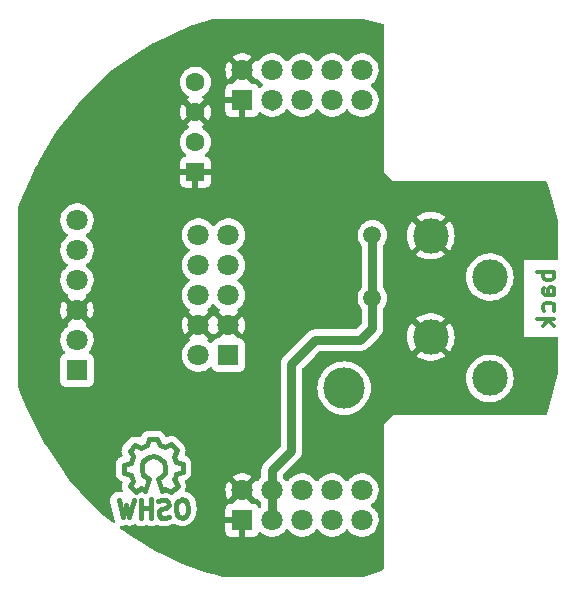
<source format=gbr>
%TF.GenerationSoftware,KiCad,Pcbnew,6.0.11-2627ca5db0~126~ubuntu22.04.1*%
%TF.CreationDate,2023-12-06T09:34:45+01:00*%
%TF.ProjectId,heatervalve-interface,68656174-6572-4766-916c-76652d696e74,A*%
%TF.SameCoordinates,Original*%
%TF.FileFunction,Copper,L2,Bot*%
%TF.FilePolarity,Positive*%
%FSLAX46Y46*%
G04 Gerber Fmt 4.6, Leading zero omitted, Abs format (unit mm)*
G04 Created by KiCad (PCBNEW 6.0.11-2627ca5db0~126~ubuntu22.04.1) date 2023-12-06 09:34:45*
%MOMM*%
%LPD*%
G01*
G04 APERTURE LIST*
%ADD10C,0.300000*%
%TA.AperFunction,NonConductor*%
%ADD11C,0.300000*%
%TD*%
%TA.AperFunction,EtchedComponent*%
%ADD12C,0.381000*%
%TD*%
%TA.AperFunction,ComponentPad*%
%ADD13R,1.800000X1.800000*%
%TD*%
%TA.AperFunction,ComponentPad*%
%ADD14C,1.800000*%
%TD*%
%TA.AperFunction,ComponentPad*%
%ADD15R,1.600000X1.600000*%
%TD*%
%TA.AperFunction,ComponentPad*%
%ADD16C,1.600000*%
%TD*%
%TA.AperFunction,ComponentPad*%
%ADD17C,3.500000*%
%TD*%
%TA.AperFunction,ComponentPad*%
%ADD18C,3.000000*%
%TD*%
%TA.AperFunction,ViaPad*%
%ADD19C,1.500000*%
%TD*%
%TA.AperFunction,Conductor*%
%ADD20C,0.800000*%
%TD*%
G04 APERTURE END LIST*
D10*
D11*
X149014571Y-99604000D02*
X147514571Y-99604000D01*
X148086000Y-99604000D02*
X148014571Y-99746857D01*
X148014571Y-100032571D01*
X148086000Y-100175428D01*
X148157428Y-100246857D01*
X148300285Y-100318285D01*
X148728857Y-100318285D01*
X148871714Y-100246857D01*
X148943142Y-100175428D01*
X149014571Y-100032571D01*
X149014571Y-99746857D01*
X148943142Y-99604000D01*
X149014571Y-101604000D02*
X148228857Y-101604000D01*
X148086000Y-101532571D01*
X148014571Y-101389714D01*
X148014571Y-101104000D01*
X148086000Y-100961142D01*
X148943142Y-101604000D02*
X149014571Y-101461142D01*
X149014571Y-101104000D01*
X148943142Y-100961142D01*
X148800285Y-100889714D01*
X148657428Y-100889714D01*
X148514571Y-100961142D01*
X148443142Y-101104000D01*
X148443142Y-101461142D01*
X148371714Y-101604000D01*
X148943142Y-102961142D02*
X149014571Y-102818285D01*
X149014571Y-102532571D01*
X148943142Y-102389714D01*
X148871714Y-102318285D01*
X148728857Y-102246857D01*
X148300285Y-102246857D01*
X148157428Y-102318285D01*
X148086000Y-102389714D01*
X148014571Y-102532571D01*
X148014571Y-102818285D01*
X148086000Y-102961142D01*
X149014571Y-103604000D02*
X147514571Y-103604000D01*
X148443142Y-103746857D02*
X149014571Y-104175428D01*
X148014571Y-104175428D02*
X148586000Y-103604000D01*
D12*
%TO.C,LOGO1*%
X117541040Y-120444260D02*
X117231160Y-120373140D01*
X114023140Y-119623840D02*
X114012980Y-119634000D01*
X116563140Y-118262400D02*
X116042440Y-117993160D01*
X116941600Y-119733060D02*
X116992400Y-119324120D01*
X113972340Y-118912640D02*
X113972340Y-120454420D01*
X114663220Y-115303300D02*
X115112800Y-115252500D01*
X116111020Y-119623840D02*
X115722400Y-119753380D01*
X116083080Y-118912640D02*
X116321840Y-119113300D01*
X112562640Y-115963700D02*
X113121440Y-115824000D01*
X116842540Y-117182900D02*
X117101620Y-117744240D01*
X113553240Y-118272560D02*
X113080800Y-117782340D01*
X114012980Y-119634000D02*
X114012980Y-119623840D01*
X114510820Y-114333020D02*
X114681000Y-113792000D01*
X116321840Y-119113300D02*
X116352320Y-119382540D01*
X113172240Y-116832380D02*
X112562640Y-116644420D01*
X113080800Y-117782340D02*
X113362740Y-117302280D01*
X117551200Y-116573300D02*
X116992400Y-116773960D01*
X113052860Y-114782600D02*
X113522760Y-114272060D01*
X116062760Y-116154200D02*
X116011960Y-116652040D01*
X115542060Y-119913400D02*
X115501420Y-120213120D01*
X118021100Y-119654320D02*
X117993160Y-120002300D01*
X115412520Y-117152420D02*
X115763040Y-118153180D01*
X114813080Y-119634000D02*
X114023140Y-119623840D01*
X115112800Y-115252500D02*
X115511580Y-115354100D01*
X114861340Y-120472200D02*
X114851180Y-120462040D01*
X117690900Y-118922800D02*
X117932200Y-119164100D01*
X117541040Y-115872260D02*
X117551200Y-116573300D01*
X117071140Y-114752120D02*
X116822220Y-115293140D01*
X113362740Y-117302280D02*
X113172240Y-116832380D01*
X117792500Y-120322340D02*
X117541040Y-120444260D01*
X114411760Y-117002560D02*
X114211100Y-116804440D01*
X115371880Y-113774220D02*
X115582700Y-114322860D01*
X113393220Y-118943120D02*
X113032540Y-120413780D01*
X114211100Y-115653820D02*
X114663220Y-115303300D01*
X114061240Y-116004340D02*
X114211100Y-115653820D01*
X116011960Y-116652040D02*
X115763040Y-116954300D01*
X114681000Y-113792000D02*
X115371880Y-113774220D01*
X117101620Y-119042180D02*
X117462300Y-118912640D01*
X116042440Y-117993160D02*
X115763040Y-118153180D01*
X112443260Y-120423940D02*
X112102900Y-118973600D01*
X116352320Y-119382540D02*
X116111020Y-119623840D01*
X115722400Y-119753380D02*
X115542060Y-119913400D01*
X114040920Y-114533680D02*
X114510820Y-114333020D01*
X115582700Y-114322860D02*
X116001800Y-114493040D01*
X112753140Y-119352060D02*
X112443260Y-120423940D01*
X116052600Y-120462040D02*
X116403120Y-120352820D01*
X113522760Y-114272060D02*
X114040920Y-114533680D01*
X117441980Y-118902480D02*
X117690900Y-118922800D01*
X112562640Y-116644420D02*
X112562640Y-115963700D01*
X113121440Y-115824000D02*
X113322100Y-115252500D01*
X113322100Y-115252500D02*
X113052860Y-114782600D01*
X117993160Y-120002300D02*
X117792500Y-120322340D01*
X116992400Y-115773200D02*
X117541040Y-115872260D01*
X116992400Y-119324120D02*
X117101620Y-119042180D01*
X113032540Y-120413780D02*
X112753140Y-119352060D01*
X114322860Y-118132860D02*
X113992660Y-117942360D01*
X115763040Y-118922800D02*
X116083080Y-118912640D01*
X116992400Y-116773960D02*
X116852700Y-117172740D01*
X115912900Y-115702080D02*
X116062760Y-116154200D01*
X116001800Y-114493040D02*
X116552980Y-114223800D01*
X117932200Y-119164100D02*
X118021100Y-119654320D01*
X115732560Y-120434100D02*
X116052600Y-120462040D01*
X117231160Y-120373140D02*
X117012720Y-120192800D01*
X117012720Y-120192800D02*
X116941600Y-119733060D01*
X116822220Y-115293140D02*
X116992400Y-115773200D01*
X117101620Y-117744240D02*
X116563140Y-118262400D01*
X114861340Y-118902480D02*
X114861340Y-120472200D01*
X114061240Y-116403120D02*
X114061240Y-116004340D01*
X115763040Y-116954300D02*
X115412520Y-117152420D01*
X114211100Y-116804440D02*
X114061240Y-116403120D01*
X115501420Y-120213120D02*
X115732560Y-120434100D01*
X116552980Y-114223800D02*
X117071140Y-114752120D01*
X114711480Y-117152420D02*
X114312700Y-118153180D01*
X114711480Y-117152420D02*
X114411760Y-117002560D01*
X113992660Y-117942360D02*
X113553240Y-118272560D01*
X115511580Y-115354100D02*
X115912900Y-115702080D01*
X115412520Y-119004080D02*
X115763040Y-118922800D01*
%TD*%
D13*
%TO.P,J6,1,1*%
%TO.N,/STM8_RST*%
X121412000Y-106680000D03*
D14*
%TO.P,J6,2,2*%
%TO.N,unconnected-(J6-Pad2)*%
X118872000Y-106680000D03*
%TO.P,J6,3,3*%
%TO.N,GND*%
X121412000Y-104140000D03*
%TO.P,J6,4,4*%
X118872000Y-104140000D03*
%TO.P,J6,5,5*%
%TO.N,Net-(J5-Pad6)*%
X121412000Y-101600000D03*
%TO.P,J6,6,6*%
%TO.N,unconnected-(J6-Pad6)*%
X118872000Y-101600000D03*
%TO.P,J6,7,7*%
%TO.N,unconnected-(J6-Pad7)*%
X121412000Y-99060000D03*
%TO.P,J6,8,8*%
%TO.N,unconnected-(J6-Pad8)*%
X118872000Y-99060000D03*
%TO.P,J6,9,9*%
%TO.N,unconnected-(J6-Pad9)*%
X121412000Y-96520000D03*
%TO.P,J6,10,10*%
%TO.N,unconnected-(J6-Pad10)*%
X118872000Y-96520000D03*
%TD*%
D13*
%TO.P,J5,1,1*%
%TO.N,/RXD*%
X108585000Y-107950000D03*
D14*
%TO.P,J5,2,2*%
%TO.N,Net-(J5-Pad2)*%
X108585000Y-105410000D03*
%TO.P,J5,3,3*%
%TO.N,GND*%
X108585000Y-102870000D03*
%TO.P,J5,4,4*%
%TO.N,+3.3V*%
X108585000Y-100330000D03*
%TO.P,J5,5,5*%
%TO.N,/STM8_RST*%
X108585000Y-97790000D03*
%TO.P,J5,6,6*%
%TO.N,Net-(J5-Pad6)*%
X108585000Y-95250000D03*
%TD*%
D15*
%TO.P,U1,1,VIN-*%
%TO.N,GND*%
X118618000Y-91186000D03*
D16*
%TO.P,U1,2,VIN+*%
%TO.N,+24V*%
X118618000Y-88646000D03*
%TO.P,U1,3,VOUT-*%
%TO.N,GND*%
X118618000Y-86106000D03*
%TO.P,U1,4,VOUT+*%
%TO.N,+3.3V*%
X118618000Y-83566000D03*
%TD*%
D13*
%TO.P,MOD1,1,GND*%
%TO.N,GND*%
X122565000Y-85090000D03*
D14*
%TO.P,MOD1,2,GND*%
X122565000Y-82550000D03*
%TO.P,MOD1,3,24V*%
%TO.N,+24V*%
X125105000Y-85090000D03*
%TO.P,MOD1,4,24V*%
X125105000Y-82550000D03*
%TO.P,MOD1,5,PA0_AREF*%
%TO.N,unconnected-(MOD1-Pad5)*%
X127645000Y-85090000D03*
%TO.P,MOD1,6,PA1*%
%TO.N,Net-(MOD1-Pad6)*%
X127645000Y-82550000D03*
%TO.P,MOD1,7,PA2*%
%TO.N,Net-(MOD1-Pad7)*%
X130185000Y-85090000D03*
%TO.P,MOD1,8,PA3*%
%TO.N,unconnected-(MOD1-Pad8)*%
X130185000Y-82550000D03*
%TO.P,MOD1,9,PA4*%
%TO.N,unconnected-(MOD1-Pad9)*%
X132715000Y-85090000D03*
%TO.P,MOD1,10,PA5*%
%TO.N,unconnected-(MOD1-Pad10)*%
X132715000Y-82550000D03*
D13*
%TO.P,MOD1,11,GND*%
%TO.N,GND*%
X122565000Y-120650000D03*
D14*
%TO.P,MOD1,12,GND*%
X122565000Y-118110000D03*
%TO.P,MOD1,13,VCC*%
%TO.N,+5V*%
X125105000Y-120650000D03*
%TO.P,MOD1,14,VCC*%
X125105000Y-118110000D03*
%TO.P,MOD1,15,/RESET*%
%TO.N,unconnected-(MOD1-Pad15)*%
X127645000Y-120650000D03*
%TO.P,MOD1,16,PC2_INT0*%
%TO.N,unconnected-(MOD1-Pad16)*%
X127645000Y-118110000D03*
%TO.P,MOD1,17,MISO*%
%TO.N,/RXD*%
X130185000Y-120650000D03*
%TO.P,MOD1,18,MOSI*%
%TO.N,/TXD*%
X130185000Y-118110000D03*
%TO.P,MOD1,19,PB3*%
%TO.N,unconnected-(MOD1-Pad19)*%
X132715000Y-120650000D03*
%TO.P,MOD1,20,SCK*%
%TO.N,unconnected-(MOD1-Pad20)*%
X132715000Y-118110000D03*
D17*
%TO.P,MOD1,21*%
%TO.N,N/C*%
X131201000Y-109474000D03*
%TD*%
D18*
%TO.P,J1,1,1*%
%TO.N,Net-(D1-Pad3)*%
X143540000Y-108647000D03*
%TO.P,J1,2,2*%
%TO.N,GND*%
X138540000Y-105147000D03*
%TD*%
%TO.P,J2,1,1*%
%TO.N,Net-(D2-Pad3)*%
X143540000Y-100076000D03*
%TO.P,J2,2,2*%
%TO.N,GND*%
X138540000Y-96576000D03*
%TD*%
D19*
%TO.N,+5V*%
X133604000Y-101854000D03*
X133604000Y-96520000D03*
%TD*%
D20*
%TO.N,+24V*%
X125105000Y-85090000D02*
X125105000Y-85549022D01*
%TO.N,+5V*%
X132588000Y-105410000D02*
X128778000Y-105410000D01*
X133604000Y-104394000D02*
X132588000Y-105410000D01*
X126746000Y-114808000D02*
X125105000Y-116449000D01*
X126746000Y-107442000D02*
X126746000Y-114808000D01*
X133604000Y-101854000D02*
X133604000Y-104394000D01*
X125105000Y-116449000D02*
X125105000Y-118110000D01*
X125105000Y-120650000D02*
X125105000Y-118110000D01*
X128778000Y-105410000D02*
X126746000Y-107442000D01*
X133604000Y-101854000D02*
X133604000Y-96520000D01*
%TD*%
%TA.AperFunction,Conductor*%
%TO.N,GND*%
G36*
X132525836Y-78232501D02*
G01*
X132772346Y-78232501D01*
X132799679Y-78235501D01*
X134520833Y-78617978D01*
X134582993Y-78652282D01*
X134616739Y-78714745D01*
X134619500Y-78740978D01*
X134619500Y-90860928D01*
X134618145Y-90873058D01*
X134618627Y-90873097D01*
X134617907Y-90882044D01*
X134615926Y-90890800D01*
X134616482Y-90899760D01*
X134619258Y-90944508D01*
X134619500Y-90952310D01*
X134619500Y-90968513D01*
X134619833Y-90970841D01*
X134620000Y-90975533D01*
X134620000Y-91186000D01*
X135382000Y-91948000D01*
X135589924Y-91948000D01*
X135594246Y-91948167D01*
X135596386Y-91948500D01*
X135611923Y-91948500D01*
X135621261Y-91948847D01*
X135661990Y-91951874D01*
X135661991Y-91951874D01*
X135670941Y-91952539D01*
X135679716Y-91950666D01*
X135687973Y-91950103D01*
X135703162Y-91948500D01*
X148245351Y-91948500D01*
X148313472Y-91968502D01*
X148359965Y-92022158D01*
X148364885Y-92034655D01*
X148927485Y-93722455D01*
X148929678Y-93729764D01*
X149347227Y-95291925D01*
X149351500Y-95324461D01*
X149351500Y-98462357D01*
X149331498Y-98530478D01*
X149277842Y-98576971D01*
X149225500Y-98588357D01*
X146395000Y-98588357D01*
X146395000Y-105119643D01*
X149225500Y-105119643D01*
X149293621Y-105139645D01*
X149340114Y-105193301D01*
X149351500Y-105245643D01*
X149351500Y-108188103D01*
X149346652Y-108222718D01*
X148429766Y-111431821D01*
X148362253Y-111668115D01*
X148324306Y-111728120D01*
X148259943Y-111758083D01*
X148241101Y-111759500D01*
X135707073Y-111759500D01*
X135694944Y-111758145D01*
X135694905Y-111758627D01*
X135685954Y-111757907D01*
X135677200Y-111755926D01*
X135623491Y-111759258D01*
X135615689Y-111759500D01*
X135599487Y-111759500D01*
X135597159Y-111759833D01*
X135592467Y-111760000D01*
X135382000Y-111760000D01*
X134620000Y-112522000D01*
X134620000Y-112729924D01*
X134619833Y-112734246D01*
X134619500Y-112736386D01*
X134619500Y-112751906D01*
X134619154Y-112761243D01*
X134615461Y-112810941D01*
X134617335Y-112819720D01*
X134617898Y-112827978D01*
X134619500Y-112843161D01*
X134619500Y-124662310D01*
X134599498Y-124730431D01*
X134582600Y-124751400D01*
X134429039Y-124904961D01*
X134379795Y-124935396D01*
X133069382Y-125372200D01*
X132778880Y-125469034D01*
X132739035Y-125475500D01*
X120982113Y-125475500D01*
X120951553Y-125471738D01*
X120072082Y-125251869D01*
X120048856Y-125243574D01*
X120047367Y-125242871D01*
X120047359Y-125242869D01*
X120039247Y-125239039D01*
X120018549Y-125235771D01*
X120013296Y-125234941D01*
X119995002Y-125230632D01*
X119126327Y-124956262D01*
X119121716Y-124954707D01*
X118230295Y-124634799D01*
X118225747Y-124633067D01*
X117745898Y-124439636D01*
X117347346Y-124278976D01*
X117342875Y-124277073D01*
X116478778Y-123889316D01*
X116474378Y-123887238D01*
X115625933Y-123466419D01*
X115621616Y-123464173D01*
X115378943Y-123331897D01*
X114790015Y-123010885D01*
X114785838Y-123008502D01*
X113972372Y-122523447D01*
X113968242Y-122520875D01*
X113174107Y-122004764D01*
X113170078Y-122002033D01*
X112593309Y-121594669D01*
X121157001Y-121594669D01*
X121157371Y-121601490D01*
X121162895Y-121652352D01*
X121166521Y-121667604D01*
X121211676Y-121788054D01*
X121220214Y-121803649D01*
X121296715Y-121905724D01*
X121309276Y-121918285D01*
X121411351Y-121994786D01*
X121426946Y-122003324D01*
X121547394Y-122048478D01*
X121562649Y-122052105D01*
X121613514Y-122057631D01*
X121620328Y-122058000D01*
X122292885Y-122058000D01*
X122308124Y-122053525D01*
X122309329Y-122052135D01*
X122311000Y-122044452D01*
X122311000Y-120922115D01*
X122306525Y-120906876D01*
X122305135Y-120905671D01*
X122297452Y-120904000D01*
X121175116Y-120904000D01*
X121159877Y-120908475D01*
X121158672Y-120909865D01*
X121157001Y-120917548D01*
X121157001Y-121594669D01*
X112593309Y-121594669D01*
X112546782Y-121561808D01*
X112396499Y-121455666D01*
X112392584Y-121452785D01*
X112252181Y-121345259D01*
X112210260Y-121287961D01*
X112205971Y-121217094D01*
X112240678Y-121155158D01*
X112303359Y-121121818D01*
X112343571Y-121120467D01*
X112347783Y-121121571D01*
X112419936Y-121122696D01*
X112423689Y-121122811D01*
X112495754Y-121126114D01*
X112503204Y-121124642D01*
X112504704Y-121124530D01*
X112505583Y-121124504D01*
X112506994Y-121124377D01*
X112507841Y-121124249D01*
X112509357Y-121124090D01*
X112516948Y-121124208D01*
X112524343Y-121122513D01*
X112524347Y-121122513D01*
X112587272Y-121108093D01*
X112590996Y-121107299D01*
X112654280Y-121094797D01*
X112661731Y-121093325D01*
X112668614Y-121090119D01*
X112670074Y-121089643D01*
X112670913Y-121089410D01*
X112672210Y-121088965D01*
X112673025Y-121088630D01*
X112674457Y-121088114D01*
X112681857Y-121086418D01*
X112692976Y-121080824D01*
X112762819Y-121068077D01*
X112780149Y-121072260D01*
X112780407Y-121071229D01*
X112781680Y-121071548D01*
X112787166Y-121073232D01*
X112791060Y-121075212D01*
X112852797Y-121089643D01*
X112866945Y-121092950D01*
X112868917Y-121093428D01*
X112937167Y-121110546D01*
X112937173Y-121110547D01*
X112944534Y-121112393D01*
X112950243Y-121112421D01*
X112955805Y-121113721D01*
X112963400Y-121113636D01*
X112963403Y-121113636D01*
X113033728Y-121112846D01*
X113035757Y-121112839D01*
X113106124Y-121113182D01*
X113113717Y-121113219D01*
X113119268Y-121111884D01*
X113124979Y-121111820D01*
X113191070Y-121094797D01*
X113200501Y-121092368D01*
X113202472Y-121091878D01*
X113225179Y-121086418D01*
X113278214Y-121073666D01*
X113283288Y-121071045D01*
X113288816Y-121069621D01*
X113349923Y-121036796D01*
X113357477Y-121032738D01*
X113359274Y-121031792D01*
X113415412Y-121002792D01*
X113485114Y-120989298D01*
X113551047Y-121015630D01*
X113557061Y-121020662D01*
X113564809Y-121027566D01*
X113564812Y-121027568D01*
X113570481Y-121032619D01*
X113577194Y-121036174D01*
X113577195Y-121036174D01*
X113590478Y-121043207D01*
X113720001Y-121111786D01*
X113727366Y-121113636D01*
X113876718Y-121151151D01*
X113876722Y-121151151D01*
X113884089Y-121153002D01*
X113891688Y-121153042D01*
X113891690Y-121153042D01*
X113962032Y-121153410D01*
X114053271Y-121153888D01*
X114064792Y-121151122D01*
X114210402Y-121116164D01*
X114210405Y-121116163D01*
X114217781Y-121114392D01*
X114224526Y-121110911D01*
X114224528Y-121110910D01*
X114342841Y-121049845D01*
X114412548Y-121036376D01*
X114459591Y-121050458D01*
X114469168Y-121055529D01*
X114487949Y-121067725D01*
X114490601Y-121069804D01*
X114496579Y-121074491D01*
X114503494Y-121077613D01*
X114503497Y-121077615D01*
X114529622Y-121089410D01*
X114550055Y-121098635D01*
X114557135Y-121102104D01*
X114609001Y-121129566D01*
X114616360Y-121131414D01*
X114616364Y-121131416D01*
X114619638Y-121132238D01*
X114640793Y-121139605D01*
X114650775Y-121144112D01*
X114708450Y-121154802D01*
X114716160Y-121156482D01*
X114773089Y-121170782D01*
X114780685Y-121170822D01*
X114780688Y-121170822D01*
X114782634Y-121170832D01*
X114784048Y-121170839D01*
X114806357Y-121172948D01*
X114817126Y-121174944D01*
X114824706Y-121174507D01*
X114824707Y-121174507D01*
X114875681Y-121171568D01*
X114883593Y-121171361D01*
X114910367Y-121171501D01*
X114942271Y-121171668D01*
X114949655Y-121169895D01*
X114949657Y-121169895D01*
X114952941Y-121169107D01*
X114975091Y-121165836D01*
X114977233Y-121165712D01*
X114986031Y-121165205D01*
X115042110Y-121147953D01*
X115049724Y-121145871D01*
X115106781Y-121132172D01*
X115113530Y-121128689D01*
X115113532Y-121128688D01*
X115116523Y-121127144D01*
X115137260Y-121118682D01*
X115140471Y-121117694D01*
X115140475Y-121117692D01*
X115147737Y-121115458D01*
X115198070Y-121085335D01*
X115204979Y-121081489D01*
X115220918Y-121073262D01*
X115257122Y-121054576D01*
X115258972Y-121052963D01*
X115324468Y-121031886D01*
X115380702Y-121046134D01*
X115381424Y-121044435D01*
X115437088Y-121068077D01*
X115437571Y-121068282D01*
X115444115Y-121071285D01*
X115498797Y-121098298D01*
X115506774Y-121100065D01*
X115507215Y-121100163D01*
X115529206Y-121107203D01*
X115537144Y-121110574D01*
X115544645Y-121111791D01*
X115544646Y-121111791D01*
X115597357Y-121120341D01*
X115604428Y-121121696D01*
X115621276Y-121125427D01*
X115625868Y-121126444D01*
X115629963Y-121126801D01*
X115629980Y-121126804D01*
X115641002Y-121127766D01*
X115650207Y-121128912D01*
X115704146Y-121137661D01*
X115719789Y-121136406D01*
X115740812Y-121136479D01*
X115908551Y-121151123D01*
X115914953Y-121152016D01*
X115919533Y-121153486D01*
X115927108Y-121154015D01*
X115927109Y-121154015D01*
X115998704Y-121159013D01*
X116000887Y-121159184D01*
X116030291Y-121161751D01*
X116030292Y-121161751D01*
X116034072Y-121162081D01*
X116037864Y-121161954D01*
X116040012Y-121162012D01*
X116045404Y-121162273D01*
X116080728Y-121164739D01*
X116080729Y-121164739D01*
X116088307Y-121165268D01*
X116115552Y-121160559D01*
X116132810Y-121158788D01*
X116160452Y-121157866D01*
X116167757Y-121155811D01*
X116167764Y-121155810D01*
X116200934Y-121146479D01*
X116208478Y-121144771D01*
X116208478Y-121144770D01*
X116212486Y-121143803D01*
X116216555Y-121143100D01*
X116248390Y-121133180D01*
X116251756Y-121132182D01*
X116270875Y-121126804D01*
X116323315Y-121112053D01*
X116329857Y-121108350D01*
X116340618Y-121104443D01*
X116503005Y-121053844D01*
X116647947Y-121008681D01*
X116647953Y-121008679D01*
X116651569Y-121007552D01*
X116749485Y-120963533D01*
X116819818Y-120953845D01*
X116872018Y-120974273D01*
X116907925Y-120998699D01*
X116914822Y-121001268D01*
X116915267Y-121001524D01*
X116915395Y-121001586D01*
X116918520Y-121003146D01*
X116918672Y-121003224D01*
X116919139Y-121003423D01*
X116925336Y-121007393D01*
X116932523Y-121009846D01*
X116932524Y-121009846D01*
X116994605Y-121031031D01*
X116997885Y-121032201D01*
X116999327Y-121032738D01*
X117029893Y-121044121D01*
X117033906Y-121045042D01*
X117037493Y-121046117D01*
X117045437Y-121048378D01*
X117078263Y-121059580D01*
X117078270Y-121059581D01*
X117085454Y-121062033D01*
X117093017Y-121062700D01*
X117093020Y-121062701D01*
X117113333Y-121064493D01*
X117130442Y-121067198D01*
X117200606Y-121083301D01*
X117313381Y-121109184D01*
X117334495Y-121116037D01*
X117345376Y-121120663D01*
X117352879Y-121121883D01*
X117352880Y-121121883D01*
X117403144Y-121130054D01*
X117411111Y-121131614D01*
X117422337Y-121134191D01*
X117422346Y-121134193D01*
X117426030Y-121135038D01*
X117429793Y-121135435D01*
X117429798Y-121135436D01*
X117438990Y-121136406D01*
X117444700Y-121137009D01*
X117451672Y-121137943D01*
X117512369Y-121147810D01*
X117520459Y-121147164D01*
X117543699Y-121147460D01*
X117551781Y-121148313D01*
X117559303Y-121147286D01*
X117559305Y-121147286D01*
X117612730Y-121139992D01*
X117619742Y-121139234D01*
X117673445Y-121134945D01*
X117673448Y-121134944D01*
X117681016Y-121134340D01*
X117688718Y-121131783D01*
X117711359Y-121126527D01*
X117711877Y-121126456D01*
X117711880Y-121126455D01*
X117719410Y-121125427D01*
X117776626Y-121102804D01*
X117783216Y-121100410D01*
X117804537Y-121093331D01*
X117808244Y-121091534D01*
X117808248Y-121091532D01*
X117813865Y-121088808D01*
X117817770Y-121086915D01*
X117826381Y-121083131D01*
X117876743Y-121063218D01*
X117889947Y-121053844D01*
X117907918Y-121043207D01*
X118077093Y-120961183D01*
X118083209Y-120958416D01*
X118141508Y-120933894D01*
X118187170Y-120899966D01*
X118194123Y-120895154D01*
X118235572Y-120868476D01*
X118241961Y-120864364D01*
X118250727Y-120855105D01*
X118267076Y-120840595D01*
X118271211Y-120837523D01*
X118271216Y-120837518D01*
X118277309Y-120832991D01*
X118313562Y-120789148D01*
X118319145Y-120782840D01*
X118358277Y-120741507D01*
X118362032Y-120734906D01*
X118362035Y-120734902D01*
X118391772Y-120682626D01*
X118394540Y-120677994D01*
X118410490Y-120652556D01*
X118491842Y-120522805D01*
X118556122Y-120420283D01*
X118565915Y-120406748D01*
X118580242Y-120389485D01*
X118580243Y-120389483D01*
X118585095Y-120383637D01*
X118587887Y-120377885D01*
X121157000Y-120377885D01*
X121161475Y-120393124D01*
X121162865Y-120394329D01*
X121170548Y-120396000D01*
X122693000Y-120396000D01*
X122761121Y-120416002D01*
X122807614Y-120469658D01*
X122819000Y-120522000D01*
X122819000Y-122039884D01*
X122823475Y-122055123D01*
X122824865Y-122056328D01*
X122832548Y-122057999D01*
X123509669Y-122057999D01*
X123516490Y-122057629D01*
X123567352Y-122052105D01*
X123582604Y-122048479D01*
X123703054Y-122003324D01*
X123718649Y-121994786D01*
X123820724Y-121918285D01*
X123833285Y-121905724D01*
X123909786Y-121803649D01*
X123918324Y-121788054D01*
X123939773Y-121730840D01*
X123982415Y-121674075D01*
X124048977Y-121649376D01*
X124118325Y-121664584D01*
X124138240Y-121678126D01*
X124294349Y-121807730D01*
X124494322Y-121924584D01*
X124710694Y-122007209D01*
X124715760Y-122008240D01*
X124715761Y-122008240D01*
X124768846Y-122019040D01*
X124937656Y-122053385D01*
X125068324Y-122058176D01*
X125163949Y-122061683D01*
X125163953Y-122061683D01*
X125169113Y-122061872D01*
X125174233Y-122061216D01*
X125174235Y-122061216D01*
X125273668Y-122048478D01*
X125398847Y-122032442D01*
X125403795Y-122030957D01*
X125403802Y-122030956D01*
X125615747Y-121967369D01*
X125620690Y-121965886D01*
X125701236Y-121926427D01*
X125824049Y-121866262D01*
X125824052Y-121866260D01*
X125828684Y-121863991D01*
X126017243Y-121729494D01*
X126181303Y-121566005D01*
X126184319Y-121561808D01*
X126184326Y-121561800D01*
X126271960Y-121439844D01*
X126327954Y-121396196D01*
X126398658Y-121389750D01*
X126461622Y-121422553D01*
X126481715Y-121447536D01*
X126501800Y-121480313D01*
X126501803Y-121480317D01*
X126504501Y-121484719D01*
X126656147Y-121659784D01*
X126834349Y-121807730D01*
X127034322Y-121924584D01*
X127250694Y-122007209D01*
X127255760Y-122008240D01*
X127255761Y-122008240D01*
X127308846Y-122019040D01*
X127477656Y-122053385D01*
X127608324Y-122058176D01*
X127703949Y-122061683D01*
X127703953Y-122061683D01*
X127709113Y-122061872D01*
X127714233Y-122061216D01*
X127714235Y-122061216D01*
X127813668Y-122048478D01*
X127938847Y-122032442D01*
X127943795Y-122030957D01*
X127943802Y-122030956D01*
X128155747Y-121967369D01*
X128160690Y-121965886D01*
X128241236Y-121926427D01*
X128364049Y-121866262D01*
X128364052Y-121866260D01*
X128368684Y-121863991D01*
X128557243Y-121729494D01*
X128721303Y-121566005D01*
X128724319Y-121561808D01*
X128724326Y-121561800D01*
X128811960Y-121439844D01*
X128867954Y-121396196D01*
X128938658Y-121389750D01*
X129001622Y-121422553D01*
X129021715Y-121447536D01*
X129041800Y-121480313D01*
X129041803Y-121480317D01*
X129044501Y-121484719D01*
X129196147Y-121659784D01*
X129374349Y-121807730D01*
X129574322Y-121924584D01*
X129790694Y-122007209D01*
X129795760Y-122008240D01*
X129795761Y-122008240D01*
X129848846Y-122019040D01*
X130017656Y-122053385D01*
X130148324Y-122058176D01*
X130243949Y-122061683D01*
X130243953Y-122061683D01*
X130249113Y-122061872D01*
X130254233Y-122061216D01*
X130254235Y-122061216D01*
X130353668Y-122048478D01*
X130478847Y-122032442D01*
X130483795Y-122030957D01*
X130483802Y-122030956D01*
X130695747Y-121967369D01*
X130700690Y-121965886D01*
X130781236Y-121926427D01*
X130904049Y-121866262D01*
X130904052Y-121866260D01*
X130908684Y-121863991D01*
X131097243Y-121729494D01*
X131261303Y-121566005D01*
X131264319Y-121561808D01*
X131264326Y-121561800D01*
X131346563Y-121447355D01*
X131402557Y-121403707D01*
X131473261Y-121397261D01*
X131536225Y-121430064D01*
X131556317Y-121455046D01*
X131574501Y-121484719D01*
X131726147Y-121659784D01*
X131904349Y-121807730D01*
X132104322Y-121924584D01*
X132320694Y-122007209D01*
X132325760Y-122008240D01*
X132325761Y-122008240D01*
X132378846Y-122019040D01*
X132547656Y-122053385D01*
X132678324Y-122058176D01*
X132773949Y-122061683D01*
X132773953Y-122061683D01*
X132779113Y-122061872D01*
X132784233Y-122061216D01*
X132784235Y-122061216D01*
X132883668Y-122048478D01*
X133008847Y-122032442D01*
X133013795Y-122030957D01*
X133013802Y-122030956D01*
X133225747Y-121967369D01*
X133230690Y-121965886D01*
X133311236Y-121926427D01*
X133434049Y-121866262D01*
X133434052Y-121866260D01*
X133438684Y-121863991D01*
X133627243Y-121729494D01*
X133791303Y-121566005D01*
X133926458Y-121377917D01*
X133942599Y-121345259D01*
X134026784Y-121174922D01*
X134026785Y-121174920D01*
X134029078Y-121170280D01*
X134096408Y-120948671D01*
X134126640Y-120719041D01*
X134128327Y-120650000D01*
X134117870Y-120522805D01*
X134109773Y-120424318D01*
X134109772Y-120424312D01*
X134109349Y-120419167D01*
X134071743Y-120269451D01*
X134054184Y-120199544D01*
X134054183Y-120199540D01*
X134052925Y-120194533D01*
X134031164Y-120144486D01*
X133962630Y-119986868D01*
X133962628Y-119986865D01*
X133960570Y-119982131D01*
X133834764Y-119787665D01*
X133800231Y-119749713D01*
X133759843Y-119705328D01*
X133678887Y-119616358D01*
X133674836Y-119613159D01*
X133674832Y-119613155D01*
X133502077Y-119476722D01*
X133461014Y-119418805D01*
X133457782Y-119347882D01*
X133493407Y-119286470D01*
X133507001Y-119275261D01*
X133510872Y-119272500D01*
X133627243Y-119189494D01*
X133791303Y-119026005D01*
X133926458Y-118837917D01*
X133962989Y-118764003D01*
X134026784Y-118634922D01*
X134026785Y-118634920D01*
X134029078Y-118630280D01*
X134096408Y-118408671D01*
X134126640Y-118179041D01*
X134127637Y-118138235D01*
X134128245Y-118113365D01*
X134128245Y-118113361D01*
X134128327Y-118110000D01*
X134117191Y-117974546D01*
X134109773Y-117884318D01*
X134109772Y-117884312D01*
X134109349Y-117879167D01*
X134075797Y-117745592D01*
X134054184Y-117659544D01*
X134054183Y-117659540D01*
X134052925Y-117654533D01*
X134048873Y-117645213D01*
X133962630Y-117446868D01*
X133962628Y-117446865D01*
X133960570Y-117442131D01*
X133834764Y-117247665D01*
X133805909Y-117215953D01*
X133749705Y-117154186D01*
X133678887Y-117076358D01*
X133674836Y-117073159D01*
X133674832Y-117073155D01*
X133501177Y-116936011D01*
X133501172Y-116936008D01*
X133497123Y-116932810D01*
X133492607Y-116930317D01*
X133492604Y-116930315D01*
X133298879Y-116823373D01*
X133298875Y-116823371D01*
X133294355Y-116820876D01*
X133289486Y-116819152D01*
X133289482Y-116819150D01*
X133080903Y-116745288D01*
X133080899Y-116745287D01*
X133076028Y-116743562D01*
X133070935Y-116742655D01*
X133070932Y-116742654D01*
X132853095Y-116703851D01*
X132853089Y-116703850D01*
X132848006Y-116702945D01*
X132775096Y-116702054D01*
X132621581Y-116700179D01*
X132621579Y-116700179D01*
X132616411Y-116700116D01*
X132387464Y-116735150D01*
X132167314Y-116807106D01*
X132162726Y-116809494D01*
X132162722Y-116809496D01*
X131973173Y-116908169D01*
X131961872Y-116914052D01*
X131957739Y-116917155D01*
X131957736Y-116917157D01*
X131786111Y-117046017D01*
X131776655Y-117053117D01*
X131773083Y-117056855D01*
X131641284Y-117194775D01*
X131616639Y-117220564D01*
X131613730Y-117224829D01*
X131613724Y-117224837D01*
X131554440Y-117311744D01*
X131499529Y-117356747D01*
X131429004Y-117364918D01*
X131365257Y-117333664D01*
X131344560Y-117309180D01*
X131307575Y-117252009D01*
X131307570Y-117252003D01*
X131304764Y-117247665D01*
X131275909Y-117215953D01*
X131219705Y-117154186D01*
X131148887Y-117076358D01*
X131144836Y-117073159D01*
X131144832Y-117073155D01*
X130971177Y-116936011D01*
X130971172Y-116936008D01*
X130967123Y-116932810D01*
X130962607Y-116930317D01*
X130962604Y-116930315D01*
X130768879Y-116823373D01*
X130768875Y-116823371D01*
X130764355Y-116820876D01*
X130759486Y-116819152D01*
X130759482Y-116819150D01*
X130550903Y-116745288D01*
X130550899Y-116745287D01*
X130546028Y-116743562D01*
X130540935Y-116742655D01*
X130540932Y-116742654D01*
X130323095Y-116703851D01*
X130323089Y-116703850D01*
X130318006Y-116702945D01*
X130245096Y-116702054D01*
X130091581Y-116700179D01*
X130091579Y-116700179D01*
X130086411Y-116700116D01*
X129857464Y-116735150D01*
X129637314Y-116807106D01*
X129632726Y-116809494D01*
X129632722Y-116809496D01*
X129443173Y-116908169D01*
X129431872Y-116914052D01*
X129427739Y-116917155D01*
X129427736Y-116917157D01*
X129256111Y-117046017D01*
X129246655Y-117053117D01*
X129243083Y-117056855D01*
X129111284Y-117194775D01*
X129086639Y-117220564D01*
X129019306Y-117319271D01*
X128964397Y-117364271D01*
X128893872Y-117372442D01*
X128830125Y-117341188D01*
X128809428Y-117316705D01*
X128799777Y-117301786D01*
X128764764Y-117247665D01*
X128735909Y-117215953D01*
X128679705Y-117154186D01*
X128608887Y-117076358D01*
X128604836Y-117073159D01*
X128604832Y-117073155D01*
X128431177Y-116936011D01*
X128431172Y-116936008D01*
X128427123Y-116932810D01*
X128422607Y-116930317D01*
X128422604Y-116930315D01*
X128228879Y-116823373D01*
X128228875Y-116823371D01*
X128224355Y-116820876D01*
X128219486Y-116819152D01*
X128219482Y-116819150D01*
X128010903Y-116745288D01*
X128010899Y-116745287D01*
X128006028Y-116743562D01*
X128000935Y-116742655D01*
X128000932Y-116742654D01*
X127783095Y-116703851D01*
X127783089Y-116703850D01*
X127778006Y-116702945D01*
X127705096Y-116702054D01*
X127551581Y-116700179D01*
X127551579Y-116700179D01*
X127546411Y-116700116D01*
X127317464Y-116735150D01*
X127097314Y-116807106D01*
X127092726Y-116809494D01*
X127092722Y-116809496D01*
X126903173Y-116908169D01*
X126891872Y-116914052D01*
X126887739Y-116917155D01*
X126887736Y-116917157D01*
X126716111Y-117046017D01*
X126706655Y-117053117D01*
X126703083Y-117056855D01*
X126571284Y-117194775D01*
X126546639Y-117220564D01*
X126479306Y-117319271D01*
X126424397Y-117364271D01*
X126353872Y-117372442D01*
X126290125Y-117341188D01*
X126269428Y-117316705D01*
X126259777Y-117301786D01*
X126224764Y-117247665D01*
X126195909Y-117215953D01*
X126139705Y-117154186D01*
X126068887Y-117076358D01*
X126061404Y-117070448D01*
X126020344Y-117012530D01*
X126013500Y-116971569D01*
X126013500Y-116877503D01*
X126033502Y-116809382D01*
X126050405Y-116788408D01*
X127330832Y-115507981D01*
X127345865Y-115495140D01*
X127351913Y-115490746D01*
X127351914Y-115490745D01*
X127357253Y-115486866D01*
X127403016Y-115436041D01*
X127407557Y-115431256D01*
X127422072Y-115416741D01*
X127434997Y-115400780D01*
X127439269Y-115395779D01*
X127480619Y-115349855D01*
X127480623Y-115349850D01*
X127485040Y-115344944D01*
X127492073Y-115332763D01*
X127503267Y-115316474D01*
X127512129Y-115305531D01*
X127518379Y-115293266D01*
X127543188Y-115244574D01*
X127546336Y-115238777D01*
X127577223Y-115185279D01*
X127577223Y-115185278D01*
X127580527Y-115179556D01*
X127584875Y-115166173D01*
X127592441Y-115147907D01*
X127595832Y-115141252D01*
X127598829Y-115135370D01*
X127605950Y-115108797D01*
X127616529Y-115069315D01*
X127618402Y-115062991D01*
X127628484Y-115031961D01*
X127639542Y-114997928D01*
X127641012Y-114983939D01*
X127644617Y-114964486D01*
X127646547Y-114957285D01*
X127648257Y-114950904D01*
X127651062Y-114897387D01*
X127651836Y-114882615D01*
X127652353Y-114876040D01*
X127654156Y-114858882D01*
X127654500Y-114855610D01*
X127654500Y-114835075D01*
X127654673Y-114828481D01*
X127657907Y-114766783D01*
X127657907Y-114766778D01*
X127658252Y-114760191D01*
X127656051Y-114746293D01*
X127654500Y-114726584D01*
X127654500Y-109474000D01*
X128937654Y-109474000D01*
X128937924Y-109478119D01*
X128954153Y-109725723D01*
X128957017Y-109769426D01*
X128957819Y-109773459D01*
X128957820Y-109773465D01*
X128992838Y-109949509D01*
X129014776Y-110059797D01*
X129016103Y-110063706D01*
X129016104Y-110063710D01*
X129099513Y-110309424D01*
X129109941Y-110340145D01*
X129111765Y-110343843D01*
X129225730Y-110574941D01*
X129240885Y-110605673D01*
X129405367Y-110851838D01*
X129408081Y-110854932D01*
X129408085Y-110854938D01*
X129597864Y-111071338D01*
X129600573Y-111074427D01*
X129603662Y-111077136D01*
X129820062Y-111266915D01*
X129820068Y-111266919D01*
X129823162Y-111269633D01*
X129826588Y-111271922D01*
X129826593Y-111271926D01*
X130010405Y-111394744D01*
X130069327Y-111434115D01*
X130073026Y-111435939D01*
X130073031Y-111435942D01*
X130196683Y-111496920D01*
X130334855Y-111565059D01*
X130338760Y-111566384D01*
X130338761Y-111566385D01*
X130611290Y-111658896D01*
X130611294Y-111658897D01*
X130615203Y-111660224D01*
X130619247Y-111661028D01*
X130619253Y-111661030D01*
X130901535Y-111717180D01*
X130901541Y-111717181D01*
X130905574Y-111717983D01*
X130909679Y-111718252D01*
X130909686Y-111718253D01*
X131196881Y-111737076D01*
X131201000Y-111737346D01*
X131205119Y-111737076D01*
X131492314Y-111718253D01*
X131492321Y-111718252D01*
X131496426Y-111717983D01*
X131500459Y-111717181D01*
X131500465Y-111717180D01*
X131782747Y-111661030D01*
X131782753Y-111661028D01*
X131786797Y-111660224D01*
X131790706Y-111658897D01*
X131790710Y-111658896D01*
X132063239Y-111566385D01*
X132063240Y-111566384D01*
X132067145Y-111565059D01*
X132205317Y-111496920D01*
X132328969Y-111435942D01*
X132328974Y-111435939D01*
X132332673Y-111434115D01*
X132391595Y-111394744D01*
X132575407Y-111271926D01*
X132575412Y-111271922D01*
X132578838Y-111269633D01*
X132581932Y-111266919D01*
X132581938Y-111266915D01*
X132798338Y-111077136D01*
X132801427Y-111074427D01*
X132804136Y-111071338D01*
X132993915Y-110854938D01*
X132993919Y-110854932D01*
X132996633Y-110851838D01*
X133161115Y-110605673D01*
X133176271Y-110574941D01*
X133290235Y-110343843D01*
X133292059Y-110340145D01*
X133302487Y-110309424D01*
X133385896Y-110063710D01*
X133385897Y-110063706D01*
X133387224Y-110059797D01*
X133409162Y-109949509D01*
X133444180Y-109773465D01*
X133444181Y-109773459D01*
X133444983Y-109769426D01*
X133447848Y-109725723D01*
X133464076Y-109478119D01*
X133464346Y-109474000D01*
X133460221Y-109411070D01*
X133445253Y-109182686D01*
X133445252Y-109182679D01*
X133444983Y-109178574D01*
X133442891Y-109168053D01*
X133388030Y-108892253D01*
X133388028Y-108892247D01*
X133387224Y-108888203D01*
X133318819Y-108686686D01*
X133298191Y-108625918D01*
X141526917Y-108625918D01*
X141542682Y-108899320D01*
X141543507Y-108903525D01*
X141543508Y-108903533D01*
X141554127Y-108957657D01*
X141595405Y-109168053D01*
X141596792Y-109172103D01*
X141596793Y-109172108D01*
X141682723Y-109423088D01*
X141684112Y-109427144D01*
X141807160Y-109671799D01*
X141809586Y-109675328D01*
X141809589Y-109675334D01*
X141877033Y-109773465D01*
X141962274Y-109897490D01*
X142146582Y-110100043D01*
X142356675Y-110275707D01*
X142360316Y-110277991D01*
X142585024Y-110418951D01*
X142585028Y-110418953D01*
X142588664Y-110421234D01*
X142656544Y-110451883D01*
X142834345Y-110532164D01*
X142834349Y-110532166D01*
X142838257Y-110533930D01*
X142842377Y-110535150D01*
X142842376Y-110535150D01*
X143096723Y-110610491D01*
X143096727Y-110610492D01*
X143100836Y-110611709D01*
X143105070Y-110612357D01*
X143105075Y-110612358D01*
X143367298Y-110652483D01*
X143367300Y-110652483D01*
X143371540Y-110653132D01*
X143510912Y-110655322D01*
X143641071Y-110657367D01*
X143641077Y-110657367D01*
X143645362Y-110657434D01*
X143917235Y-110624534D01*
X144182127Y-110555041D01*
X144186087Y-110553401D01*
X144186092Y-110553399D01*
X144308631Y-110502641D01*
X144435136Y-110450241D01*
X144671582Y-110312073D01*
X144887089Y-110143094D01*
X144928809Y-110100043D01*
X145074686Y-109949509D01*
X145077669Y-109946431D01*
X145080202Y-109942983D01*
X145080206Y-109942978D01*
X145237257Y-109729178D01*
X145239795Y-109725723D01*
X145267154Y-109675334D01*
X145368418Y-109488830D01*
X145368419Y-109488828D01*
X145370468Y-109485054D01*
X145421889Y-109348971D01*
X145465751Y-109232895D01*
X145465752Y-109232891D01*
X145467269Y-109228877D01*
X145528407Y-108961933D01*
X145529253Y-108952460D01*
X145552531Y-108691627D01*
X145552531Y-108691625D01*
X145552751Y-108689161D01*
X145553193Y-108647000D01*
X145550548Y-108608200D01*
X145534859Y-108378055D01*
X145534858Y-108378049D01*
X145534567Y-108373778D01*
X145479032Y-108105612D01*
X145387617Y-107847465D01*
X145262013Y-107604112D01*
X145256316Y-107596005D01*
X145177048Y-107483218D01*
X145104545Y-107380057D01*
X145007785Y-107275931D01*
X144921046Y-107182588D01*
X144921043Y-107182585D01*
X144918125Y-107179445D01*
X144914810Y-107176731D01*
X144914806Y-107176728D01*
X144709523Y-107008706D01*
X144706205Y-107005990D01*
X144472704Y-106862901D01*
X144468768Y-106861173D01*
X144225873Y-106754549D01*
X144225869Y-106754548D01*
X144221945Y-106752825D01*
X143958566Y-106677800D01*
X143954324Y-106677196D01*
X143954318Y-106677195D01*
X143731399Y-106645469D01*
X143687443Y-106639213D01*
X143543589Y-106638460D01*
X143417877Y-106637802D01*
X143417871Y-106637802D01*
X143413591Y-106637780D01*
X143409347Y-106638339D01*
X143409343Y-106638339D01*
X143290302Y-106654011D01*
X143142078Y-106673525D01*
X143137938Y-106674658D01*
X143137936Y-106674658D01*
X143067530Y-106693919D01*
X142877928Y-106745788D01*
X142873980Y-106747472D01*
X142629982Y-106851546D01*
X142629978Y-106851548D01*
X142626030Y-106853232D01*
X142519085Y-106917237D01*
X142394725Y-106991664D01*
X142394721Y-106991667D01*
X142391043Y-106993868D01*
X142177318Y-107165094D01*
X142081491Y-107266075D01*
X142032940Y-107317237D01*
X141988808Y-107363742D01*
X141829002Y-107586136D01*
X141700857Y-107828161D01*
X141699385Y-107832184D01*
X141699383Y-107832188D01*
X141623978Y-108038240D01*
X141606743Y-108085337D01*
X141548404Y-108352907D01*
X141548068Y-108357177D01*
X141532598Y-108553742D01*
X141526917Y-108625918D01*
X133298191Y-108625918D01*
X133293385Y-108611761D01*
X133293384Y-108611760D01*
X133292059Y-108607855D01*
X133197159Y-108415417D01*
X133162942Y-108346031D01*
X133162939Y-108346026D01*
X133161115Y-108342327D01*
X133005752Y-108109809D01*
X132998926Y-108099593D01*
X132998922Y-108099588D01*
X132996633Y-108096162D01*
X132993919Y-108093068D01*
X132993915Y-108093062D01*
X132804136Y-107876662D01*
X132801427Y-107873573D01*
X132797926Y-107870503D01*
X132581938Y-107681085D01*
X132581932Y-107681081D01*
X132578838Y-107678367D01*
X132575412Y-107676078D01*
X132575407Y-107676074D01*
X132391595Y-107553256D01*
X132332673Y-107513885D01*
X132328974Y-107512061D01*
X132328969Y-107512058D01*
X132145375Y-107421520D01*
X132067145Y-107382941D01*
X132031055Y-107370690D01*
X131790710Y-107289104D01*
X131790706Y-107289103D01*
X131786797Y-107287776D01*
X131782753Y-107286972D01*
X131782747Y-107286970D01*
X131500465Y-107230820D01*
X131500459Y-107230819D01*
X131496426Y-107230017D01*
X131492321Y-107229748D01*
X131492314Y-107229747D01*
X131205119Y-107210924D01*
X131201000Y-107210654D01*
X131196881Y-107210924D01*
X130909686Y-107229747D01*
X130909679Y-107229748D01*
X130905574Y-107230017D01*
X130901541Y-107230819D01*
X130901535Y-107230820D01*
X130619253Y-107286970D01*
X130619247Y-107286972D01*
X130615203Y-107287776D01*
X130611294Y-107289103D01*
X130611290Y-107289104D01*
X130370945Y-107370690D01*
X130334855Y-107382941D01*
X130256625Y-107421520D01*
X130073031Y-107512058D01*
X130073026Y-107512061D01*
X130069327Y-107513885D01*
X130010405Y-107553256D01*
X129826593Y-107676074D01*
X129826588Y-107676078D01*
X129823162Y-107678367D01*
X129820068Y-107681081D01*
X129820062Y-107681085D01*
X129604074Y-107870503D01*
X129600573Y-107873573D01*
X129597864Y-107876662D01*
X129408085Y-108093062D01*
X129408081Y-108093068D01*
X129405367Y-108096162D01*
X129403078Y-108099588D01*
X129403074Y-108099593D01*
X129396248Y-108109809D01*
X129240885Y-108342327D01*
X129239061Y-108346026D01*
X129239058Y-108346031D01*
X129204841Y-108415417D01*
X129109941Y-108607855D01*
X129108616Y-108611760D01*
X129108615Y-108611761D01*
X129083182Y-108686686D01*
X129014776Y-108888203D01*
X129013972Y-108892247D01*
X129013970Y-108892253D01*
X128959110Y-109168053D01*
X128957017Y-109178574D01*
X128956748Y-109182679D01*
X128956747Y-109182686D01*
X128941779Y-109411070D01*
X128937654Y-109474000D01*
X127654500Y-109474000D01*
X127654500Y-107870503D01*
X127674502Y-107802382D01*
X127691405Y-107781408D01*
X128736159Y-106736654D01*
X137315618Y-106736654D01*
X137322673Y-106746627D01*
X137353679Y-106772551D01*
X137360598Y-106777579D01*
X137585272Y-106918515D01*
X137592807Y-106922556D01*
X137834520Y-107031694D01*
X137842551Y-107034680D01*
X138096832Y-107110002D01*
X138105184Y-107111869D01*
X138367340Y-107151984D01*
X138375874Y-107152700D01*
X138641045Y-107156867D01*
X138649596Y-107156418D01*
X138912883Y-107124557D01*
X138921284Y-107122955D01*
X139177824Y-107055653D01*
X139185926Y-107052926D01*
X139430949Y-106951434D01*
X139438617Y-106947628D01*
X139667598Y-106813822D01*
X139674679Y-106809009D01*
X139754655Y-106746301D01*
X139763125Y-106734442D01*
X139756608Y-106722818D01*
X138552812Y-105519022D01*
X138538868Y-105511408D01*
X138537035Y-105511539D01*
X138530420Y-105515790D01*
X137322910Y-106723300D01*
X137315618Y-106736654D01*
X128736159Y-106736654D01*
X129117408Y-106355405D01*
X129179720Y-106321379D01*
X129206503Y-106318500D01*
X132506583Y-106318500D01*
X132526292Y-106320051D01*
X132540190Y-106322252D01*
X132546777Y-106321907D01*
X132546782Y-106321907D01*
X132608480Y-106318673D01*
X132615074Y-106318500D01*
X132635610Y-106318500D01*
X132638882Y-106318156D01*
X132638884Y-106318156D01*
X132656042Y-106316353D01*
X132662616Y-106315836D01*
X132724308Y-106312603D01*
X132724312Y-106312602D01*
X132730903Y-106312257D01*
X132737284Y-106310547D01*
X132737286Y-106310547D01*
X132744491Y-106308617D01*
X132763925Y-106305015D01*
X132771354Y-106304234D01*
X132771363Y-106304232D01*
X132777928Y-106303542D01*
X132842997Y-106282400D01*
X132849299Y-106280533D01*
X132915370Y-106262829D01*
X132927908Y-106256440D01*
X132946174Y-106248875D01*
X132953272Y-106246569D01*
X132953274Y-106246568D01*
X132959556Y-106244527D01*
X132966847Y-106240318D01*
X133018782Y-106210333D01*
X133024579Y-106207185D01*
X133085530Y-106176129D01*
X133096467Y-106167273D01*
X133112763Y-106156073D01*
X133119224Y-106152343D01*
X133119228Y-106152340D01*
X133124944Y-106149040D01*
X133129850Y-106144623D01*
X133129855Y-106144619D01*
X133175769Y-106103278D01*
X133180784Y-106098994D01*
X133194177Y-106088148D01*
X133196741Y-106086072D01*
X133211256Y-106071557D01*
X133216041Y-106067016D01*
X133261957Y-106025673D01*
X133266866Y-106021253D01*
X133275140Y-106009865D01*
X133287981Y-105994832D01*
X134152609Y-105130204D01*
X136527665Y-105130204D01*
X136542932Y-105394969D01*
X136544005Y-105403470D01*
X136595065Y-105663722D01*
X136597276Y-105671974D01*
X136683184Y-105922894D01*
X136686499Y-105930779D01*
X136805664Y-106167713D01*
X136810020Y-106175079D01*
X136939347Y-106363250D01*
X136949601Y-106371594D01*
X136963342Y-106364448D01*
X138167978Y-105159812D01*
X138174356Y-105148132D01*
X138904408Y-105148132D01*
X138904539Y-105149965D01*
X138908790Y-105156580D01*
X140115730Y-106363520D01*
X140127939Y-106370187D01*
X140139439Y-106361497D01*
X140236831Y-106228913D01*
X140241418Y-106221685D01*
X140367962Y-105988621D01*
X140371530Y-105980827D01*
X140465271Y-105732750D01*
X140467748Y-105724544D01*
X140526954Y-105466038D01*
X140528294Y-105457577D01*
X140552031Y-105191616D01*
X140552277Y-105186677D01*
X140552666Y-105149485D01*
X140552523Y-105144519D01*
X140534362Y-104878123D01*
X140533201Y-104869649D01*
X140479419Y-104609944D01*
X140477120Y-104601709D01*
X140388588Y-104351705D01*
X140385191Y-104343854D01*
X140263550Y-104108178D01*
X140259122Y-104100866D01*
X140140031Y-103931417D01*
X140129509Y-103923037D01*
X140116121Y-103930089D01*
X138912022Y-105134188D01*
X138904408Y-105148132D01*
X138174356Y-105148132D01*
X138175592Y-105145868D01*
X138175461Y-105144035D01*
X138171210Y-105137420D01*
X136963814Y-103930024D01*
X136951804Y-103923466D01*
X136940064Y-103932434D01*
X136831935Y-104082911D01*
X136827418Y-104090196D01*
X136703325Y-104324567D01*
X136699839Y-104332395D01*
X136608700Y-104581446D01*
X136606311Y-104589670D01*
X136549812Y-104848795D01*
X136548563Y-104857250D01*
X136527754Y-105121653D01*
X136527665Y-105130204D01*
X134152609Y-105130204D01*
X134188832Y-105093981D01*
X134203865Y-105081140D01*
X134209913Y-105076746D01*
X134209914Y-105076745D01*
X134215253Y-105072866D01*
X134261016Y-105022041D01*
X134265557Y-105017256D01*
X134280072Y-105002741D01*
X134292994Y-104986784D01*
X134297278Y-104981769D01*
X134338619Y-104935855D01*
X134338623Y-104935850D01*
X134343040Y-104930944D01*
X134346340Y-104925228D01*
X134346343Y-104925224D01*
X134350073Y-104918763D01*
X134361273Y-104902466D01*
X134365975Y-104896660D01*
X134365976Y-104896658D01*
X134370129Y-104891530D01*
X134401186Y-104830577D01*
X134404333Y-104824782D01*
X134435223Y-104771279D01*
X134435224Y-104771278D01*
X134438527Y-104765556D01*
X134442875Y-104752173D01*
X134450441Y-104733907D01*
X134451488Y-104731852D01*
X134456829Y-104721370D01*
X134474533Y-104655299D01*
X134476400Y-104648997D01*
X134497542Y-104583928D01*
X134498232Y-104577363D01*
X134498234Y-104577354D01*
X134499015Y-104569925D01*
X134502617Y-104550491D01*
X134504547Y-104543286D01*
X134504547Y-104543284D01*
X134506257Y-104536903D01*
X134506890Y-104524837D01*
X134509837Y-104468599D01*
X134510355Y-104462020D01*
X134512156Y-104444891D01*
X134512157Y-104444875D01*
X134512500Y-104441610D01*
X134512500Y-104421074D01*
X134512673Y-104414480D01*
X134515907Y-104352782D01*
X134515907Y-104352777D01*
X134516252Y-104346190D01*
X134514051Y-104332292D01*
X134512500Y-104312583D01*
X134512500Y-103559500D01*
X137316584Y-103559500D01*
X137322980Y-103570770D01*
X138527188Y-104774978D01*
X138541132Y-104782592D01*
X138542965Y-104782461D01*
X138549580Y-104778210D01*
X139756604Y-103571186D01*
X139763795Y-103558017D01*
X139756473Y-103547780D01*
X139709233Y-103509115D01*
X139702261Y-103504160D01*
X139476122Y-103365582D01*
X139468552Y-103361624D01*
X139225704Y-103255022D01*
X139217644Y-103252120D01*
X138962592Y-103179467D01*
X138954214Y-103177685D01*
X138691656Y-103140318D01*
X138683111Y-103139691D01*
X138417908Y-103138302D01*
X138409374Y-103138839D01*
X138146433Y-103173456D01*
X138138035Y-103175149D01*
X137882238Y-103245127D01*
X137874143Y-103247946D01*
X137630199Y-103351997D01*
X137622577Y-103355881D01*
X137395013Y-103492075D01*
X137387981Y-103496962D01*
X137325053Y-103547377D01*
X137316584Y-103559500D01*
X134512500Y-103559500D01*
X134512500Y-102777477D01*
X134532502Y-102709356D01*
X134549405Y-102688382D01*
X134571749Y-102666038D01*
X134608827Y-102613086D01*
X134694899Y-102490162D01*
X134694900Y-102490160D01*
X134698056Y-102485653D01*
X134700379Y-102480671D01*
X134700382Y-102480666D01*
X134750795Y-102372553D01*
X134791120Y-102286076D01*
X134848115Y-102073371D01*
X134867307Y-101854000D01*
X134848115Y-101634629D01*
X134791120Y-101421924D01*
X134707131Y-101241808D01*
X134700382Y-101227334D01*
X134700379Y-101227329D01*
X134698056Y-101222347D01*
X134694899Y-101217838D01*
X134574908Y-101046473D01*
X134574906Y-101046470D01*
X134571749Y-101041962D01*
X134549405Y-101019618D01*
X134515379Y-100957306D01*
X134512500Y-100930523D01*
X134512500Y-100054918D01*
X141526917Y-100054918D01*
X141542682Y-100328320D01*
X141543507Y-100332525D01*
X141543508Y-100332533D01*
X141563032Y-100432045D01*
X141595405Y-100597053D01*
X141596792Y-100601103D01*
X141596793Y-100601108D01*
X141680409Y-100845329D01*
X141684112Y-100856144D01*
X141686039Y-100859975D01*
X141787705Y-101062116D01*
X141807160Y-101100799D01*
X141809586Y-101104328D01*
X141809589Y-101104334D01*
X141904073Y-101241808D01*
X141962274Y-101326490D01*
X141965161Y-101329663D01*
X141965162Y-101329664D01*
X141974841Y-101340301D01*
X142146582Y-101529043D01*
X142149877Y-101531798D01*
X142149878Y-101531799D01*
X142184008Y-101560336D01*
X142356675Y-101704707D01*
X142360316Y-101706991D01*
X142585024Y-101847951D01*
X142585028Y-101847953D01*
X142588664Y-101850234D01*
X142656544Y-101880883D01*
X142834345Y-101961164D01*
X142834349Y-101961166D01*
X142838257Y-101962930D01*
X142842377Y-101964150D01*
X142842376Y-101964150D01*
X143096723Y-102039491D01*
X143096727Y-102039492D01*
X143100836Y-102040709D01*
X143105070Y-102041357D01*
X143105075Y-102041358D01*
X143367298Y-102081483D01*
X143367300Y-102081483D01*
X143371540Y-102082132D01*
X143510912Y-102084322D01*
X143641071Y-102086367D01*
X143641077Y-102086367D01*
X143645362Y-102086434D01*
X143917235Y-102053534D01*
X144182127Y-101984041D01*
X144186087Y-101982401D01*
X144186092Y-101982399D01*
X144376287Y-101903617D01*
X144435136Y-101879241D01*
X144671582Y-101741073D01*
X144887089Y-101572094D01*
X144890877Y-101568186D01*
X145041754Y-101412492D01*
X145077669Y-101375431D01*
X145080202Y-101371983D01*
X145080206Y-101371978D01*
X145237257Y-101158178D01*
X145239795Y-101154723D01*
X145267154Y-101104334D01*
X145368418Y-100917830D01*
X145368419Y-100917828D01*
X145370468Y-100914054D01*
X145447360Y-100710564D01*
X145465751Y-100661895D01*
X145465752Y-100661891D01*
X145467269Y-100657877D01*
X145524110Y-100409694D01*
X145527449Y-100395117D01*
X145527450Y-100395113D01*
X145528407Y-100390933D01*
X145532603Y-100343924D01*
X145552531Y-100120627D01*
X145552531Y-100120625D01*
X145552751Y-100118161D01*
X145553193Y-100076000D01*
X145552994Y-100073086D01*
X145534859Y-99807055D01*
X145534858Y-99807049D01*
X145534567Y-99802778D01*
X145531490Y-99787917D01*
X145479901Y-99538809D01*
X145479032Y-99534612D01*
X145387617Y-99276465D01*
X145262013Y-99033112D01*
X145258338Y-99027882D01*
X145147021Y-98869494D01*
X145104545Y-98809057D01*
X144918125Y-98608445D01*
X144914810Y-98605731D01*
X144914806Y-98605728D01*
X144709523Y-98437706D01*
X144706205Y-98434990D01*
X144472704Y-98291901D01*
X144468768Y-98290173D01*
X144225873Y-98183549D01*
X144225869Y-98183548D01*
X144221945Y-98181825D01*
X143958566Y-98106800D01*
X143954324Y-98106196D01*
X143954318Y-98106195D01*
X143753834Y-98077662D01*
X143687443Y-98068213D01*
X143543589Y-98067460D01*
X143417877Y-98066802D01*
X143417871Y-98066802D01*
X143413591Y-98066780D01*
X143409347Y-98067339D01*
X143409343Y-98067339D01*
X143290302Y-98083011D01*
X143142078Y-98102525D01*
X143137938Y-98103658D01*
X143137936Y-98103658D01*
X143065008Y-98123609D01*
X142877928Y-98174788D01*
X142873980Y-98176472D01*
X142629982Y-98280546D01*
X142629978Y-98280548D01*
X142626030Y-98282232D01*
X142571409Y-98314922D01*
X142394725Y-98420664D01*
X142394721Y-98420667D01*
X142391043Y-98422868D01*
X142177318Y-98594094D01*
X141988808Y-98792742D01*
X141829002Y-99015136D01*
X141700857Y-99257161D01*
X141699385Y-99261184D01*
X141699383Y-99261188D01*
X141625223Y-99463838D01*
X141606743Y-99514337D01*
X141548404Y-99781907D01*
X141526917Y-100054918D01*
X134512500Y-100054918D01*
X134512500Y-98165654D01*
X137315618Y-98165654D01*
X137322673Y-98175627D01*
X137353679Y-98201551D01*
X137360598Y-98206579D01*
X137585272Y-98347515D01*
X137592807Y-98351556D01*
X137834520Y-98460694D01*
X137842551Y-98463680D01*
X138096832Y-98539002D01*
X138105184Y-98540869D01*
X138367340Y-98580984D01*
X138375874Y-98581700D01*
X138641045Y-98585867D01*
X138649596Y-98585418D01*
X138912883Y-98553557D01*
X138921284Y-98551955D01*
X139177824Y-98484653D01*
X139185926Y-98481926D01*
X139430949Y-98380434D01*
X139438617Y-98376628D01*
X139667598Y-98242822D01*
X139674679Y-98238009D01*
X139754655Y-98175301D01*
X139763125Y-98163442D01*
X139756608Y-98151818D01*
X138552812Y-96948022D01*
X138538868Y-96940408D01*
X138537035Y-96940539D01*
X138530420Y-96944790D01*
X137322910Y-98152300D01*
X137315618Y-98165654D01*
X134512500Y-98165654D01*
X134512500Y-97443477D01*
X134532502Y-97375356D01*
X134549405Y-97354382D01*
X134571749Y-97332038D01*
X134581904Y-97317536D01*
X134694899Y-97156162D01*
X134694900Y-97156160D01*
X134698056Y-97151653D01*
X134700379Y-97146671D01*
X134700382Y-97146666D01*
X134788795Y-96957061D01*
X134791120Y-96952076D01*
X134848115Y-96739371D01*
X134863877Y-96559204D01*
X136527665Y-96559204D01*
X136542932Y-96823969D01*
X136544005Y-96832470D01*
X136595065Y-97092722D01*
X136597276Y-97100974D01*
X136683184Y-97351894D01*
X136686499Y-97359779D01*
X136805664Y-97596713D01*
X136810020Y-97604079D01*
X136939347Y-97792250D01*
X136949601Y-97800594D01*
X136963342Y-97793448D01*
X138167978Y-96588812D01*
X138174356Y-96577132D01*
X138904408Y-96577132D01*
X138904539Y-96578965D01*
X138908790Y-96585580D01*
X140115730Y-97792520D01*
X140127939Y-97799187D01*
X140139439Y-97790497D01*
X140236831Y-97657913D01*
X140241418Y-97650685D01*
X140367962Y-97417621D01*
X140371530Y-97409827D01*
X140465271Y-97161750D01*
X140467748Y-97153544D01*
X140526954Y-96895038D01*
X140528294Y-96886577D01*
X140552031Y-96620616D01*
X140552277Y-96615677D01*
X140552666Y-96578485D01*
X140552523Y-96573519D01*
X140534362Y-96307123D01*
X140533201Y-96298649D01*
X140479419Y-96038944D01*
X140477120Y-96030709D01*
X140388588Y-95780705D01*
X140385191Y-95772854D01*
X140263550Y-95537178D01*
X140259122Y-95529866D01*
X140140031Y-95360417D01*
X140129509Y-95352037D01*
X140116121Y-95359089D01*
X138912022Y-96563188D01*
X138904408Y-96577132D01*
X138174356Y-96577132D01*
X138175592Y-96574868D01*
X138175461Y-96573035D01*
X138171210Y-96566420D01*
X136963814Y-95359024D01*
X136951804Y-95352466D01*
X136940064Y-95361434D01*
X136831935Y-95511911D01*
X136827418Y-95519196D01*
X136703325Y-95753567D01*
X136699839Y-95761395D01*
X136608700Y-96010446D01*
X136606311Y-96018670D01*
X136549812Y-96277795D01*
X136548563Y-96286250D01*
X136527754Y-96550653D01*
X136527665Y-96559204D01*
X134863877Y-96559204D01*
X134867307Y-96520000D01*
X134848115Y-96300629D01*
X134791120Y-96087924D01*
X134737660Y-95973278D01*
X134700382Y-95893334D01*
X134700379Y-95893329D01*
X134698056Y-95888347D01*
X134676014Y-95856868D01*
X134574908Y-95712473D01*
X134574906Y-95712470D01*
X134571749Y-95707962D01*
X134416038Y-95552251D01*
X134410926Y-95548671D01*
X134317359Y-95483155D01*
X134235654Y-95425944D01*
X134036076Y-95332880D01*
X133823371Y-95275885D01*
X133604000Y-95256693D01*
X133384629Y-95275885D01*
X133171924Y-95332880D01*
X133112871Y-95360417D01*
X132977334Y-95423618D01*
X132977329Y-95423621D01*
X132972347Y-95425944D01*
X132967840Y-95429100D01*
X132967838Y-95429101D01*
X132796473Y-95549092D01*
X132796470Y-95549094D01*
X132791962Y-95552251D01*
X132636251Y-95707962D01*
X132633094Y-95712470D01*
X132633092Y-95712473D01*
X132531986Y-95856868D01*
X132509944Y-95888347D01*
X132507621Y-95893329D01*
X132507618Y-95893334D01*
X132470340Y-95973278D01*
X132416880Y-96087924D01*
X132359885Y-96300629D01*
X132340693Y-96520000D01*
X132359885Y-96739371D01*
X132416880Y-96952076D01*
X132419205Y-96957061D01*
X132507618Y-97146666D01*
X132507621Y-97146671D01*
X132509944Y-97151653D01*
X132513100Y-97156160D01*
X132513101Y-97156162D01*
X132626097Y-97317536D01*
X132636251Y-97332038D01*
X132658595Y-97354382D01*
X132692621Y-97416694D01*
X132695500Y-97443477D01*
X132695500Y-100930523D01*
X132675498Y-100998644D01*
X132658595Y-101019618D01*
X132636251Y-101041962D01*
X132633094Y-101046470D01*
X132633092Y-101046473D01*
X132513101Y-101217838D01*
X132509944Y-101222347D01*
X132507621Y-101227329D01*
X132507618Y-101227334D01*
X132500869Y-101241808D01*
X132416880Y-101421924D01*
X132359885Y-101634629D01*
X132340693Y-101854000D01*
X132359885Y-102073371D01*
X132416880Y-102286076D01*
X132457205Y-102372553D01*
X132507618Y-102480666D01*
X132507621Y-102480671D01*
X132509944Y-102485653D01*
X132513100Y-102490160D01*
X132513101Y-102490162D01*
X132599174Y-102613086D01*
X132636251Y-102666038D01*
X132658595Y-102688382D01*
X132692621Y-102750694D01*
X132695500Y-102777477D01*
X132695500Y-103965497D01*
X132675498Y-104033618D01*
X132658595Y-104054592D01*
X132248592Y-104464595D01*
X132186280Y-104498621D01*
X132159497Y-104501500D01*
X128859417Y-104501500D01*
X128839708Y-104499949D01*
X128825810Y-104497748D01*
X128819223Y-104498093D01*
X128819218Y-104498093D01*
X128757520Y-104501327D01*
X128750926Y-104501500D01*
X128730390Y-104501500D01*
X128727118Y-104501844D01*
X128727116Y-104501844D01*
X128709958Y-104503647D01*
X128703384Y-104504164D01*
X128641692Y-104507397D01*
X128641688Y-104507398D01*
X128635097Y-104507743D01*
X128628716Y-104509453D01*
X128628714Y-104509453D01*
X128621509Y-104511383D01*
X128602075Y-104514985D01*
X128594646Y-104515766D01*
X128594637Y-104515768D01*
X128588072Y-104516458D01*
X128523003Y-104537600D01*
X128516701Y-104539467D01*
X128450630Y-104557171D01*
X128438093Y-104563559D01*
X128419826Y-104571125D01*
X128412728Y-104573431D01*
X128412726Y-104573432D01*
X128406444Y-104575473D01*
X128400722Y-104578776D01*
X128400721Y-104578777D01*
X128347218Y-104609667D01*
X128341423Y-104612814D01*
X128280470Y-104643871D01*
X128275342Y-104648024D01*
X128275340Y-104648025D01*
X128269534Y-104652727D01*
X128253237Y-104663927D01*
X128246776Y-104667657D01*
X128246772Y-104667660D01*
X128241056Y-104670960D01*
X128236150Y-104675377D01*
X128236145Y-104675381D01*
X128190231Y-104716722D01*
X128185216Y-104721006D01*
X128184767Y-104721370D01*
X128169259Y-104733928D01*
X128154744Y-104748443D01*
X128149959Y-104752984D01*
X128099134Y-104798747D01*
X128095255Y-104804086D01*
X128095254Y-104804087D01*
X128090860Y-104810135D01*
X128078019Y-104825168D01*
X126161168Y-106742019D01*
X126146135Y-106754860D01*
X126134747Y-106763134D01*
X126130327Y-106768043D01*
X126088984Y-106813959D01*
X126084443Y-106818744D01*
X126069928Y-106833259D01*
X126067852Y-106835823D01*
X126057006Y-106849216D01*
X126052722Y-106854231D01*
X126011381Y-106900145D01*
X126011377Y-106900150D01*
X126006960Y-106905056D01*
X126003660Y-106910772D01*
X126003657Y-106910776D01*
X125999927Y-106917237D01*
X125988727Y-106933533D01*
X125979871Y-106944470D01*
X125953335Y-106996550D01*
X125948815Y-107005421D01*
X125945667Y-107011218D01*
X125920013Y-107055653D01*
X125911473Y-107070444D01*
X125909432Y-107076726D01*
X125909431Y-107076728D01*
X125907125Y-107083826D01*
X125899560Y-107102092D01*
X125893171Y-107114630D01*
X125880367Y-107162417D01*
X125875469Y-107180695D01*
X125873600Y-107187003D01*
X125852458Y-107252072D01*
X125851768Y-107258637D01*
X125851766Y-107258646D01*
X125850985Y-107266075D01*
X125847383Y-107285509D01*
X125846992Y-107286970D01*
X125843743Y-107299097D01*
X125843398Y-107305688D01*
X125843397Y-107305692D01*
X125840164Y-107367384D01*
X125839647Y-107373958D01*
X125837844Y-107391116D01*
X125837500Y-107394390D01*
X125837500Y-107414926D01*
X125837327Y-107421520D01*
X125833748Y-107489810D01*
X125834780Y-107496325D01*
X125835949Y-107503705D01*
X125837500Y-107523417D01*
X125837500Y-114379497D01*
X125817498Y-114447618D01*
X125800595Y-114468592D01*
X124520168Y-115749019D01*
X124505135Y-115761860D01*
X124493747Y-115770134D01*
X124447984Y-115820959D01*
X124443443Y-115825744D01*
X124428928Y-115840259D01*
X124423896Y-115846473D01*
X124416006Y-115856216D01*
X124411722Y-115861231D01*
X124370381Y-115907145D01*
X124370377Y-115907150D01*
X124365960Y-115912056D01*
X124362660Y-115917772D01*
X124362657Y-115917776D01*
X124358927Y-115924237D01*
X124347727Y-115940533D01*
X124338871Y-115951470D01*
X124328464Y-115971895D01*
X124307815Y-116012421D01*
X124304669Y-116018215D01*
X124270473Y-116077444D01*
X124268432Y-116083726D01*
X124268431Y-116083728D01*
X124266125Y-116090826D01*
X124258560Y-116109092D01*
X124252171Y-116121630D01*
X124250463Y-116128003D01*
X124250463Y-116128004D01*
X124234469Y-116187695D01*
X124232600Y-116194003D01*
X124211458Y-116259072D01*
X124210768Y-116265637D01*
X124210766Y-116265646D01*
X124209985Y-116273075D01*
X124206383Y-116292509D01*
X124204862Y-116298188D01*
X124202743Y-116306097D01*
X124202398Y-116312688D01*
X124202397Y-116312692D01*
X124199164Y-116374384D01*
X124198647Y-116380958D01*
X124197300Y-116393774D01*
X124196500Y-116401390D01*
X124196500Y-116421926D01*
X124196327Y-116428520D01*
X124192748Y-116496810D01*
X124194299Y-116506599D01*
X124194949Y-116510705D01*
X124196500Y-116530417D01*
X124196500Y-116971362D01*
X124176498Y-117039483D01*
X124161594Y-117058413D01*
X124031284Y-117194775D01*
X124006639Y-117220564D01*
X123970730Y-117273205D01*
X123939002Y-117319716D01*
X123884090Y-117364718D01*
X123813565Y-117372889D01*
X123749819Y-117341634D01*
X123739979Y-117329994D01*
X123723538Y-117315835D01*
X123713973Y-117320238D01*
X122937021Y-118097189D01*
X122929408Y-118111132D01*
X122929539Y-118112966D01*
X122933790Y-118119580D01*
X123711307Y-118897096D01*
X123723313Y-118903652D01*
X123749948Y-118883304D01*
X123750827Y-118884454D01*
X123787672Y-118855734D01*
X123858376Y-118849289D01*
X123921340Y-118882092D01*
X123941432Y-118907074D01*
X123961800Y-118940313D01*
X123961803Y-118940317D01*
X123964501Y-118944719D01*
X124116147Y-119119784D01*
X124150984Y-119148706D01*
X124190620Y-119207609D01*
X124196500Y-119245651D01*
X124196500Y-119511362D01*
X124176498Y-119579483D01*
X124161595Y-119598412D01*
X124148788Y-119611814D01*
X124087264Y-119647245D01*
X124016351Y-119643789D01*
X123958565Y-119602543D01*
X123939711Y-119568994D01*
X123918324Y-119511946D01*
X123909786Y-119496351D01*
X123833285Y-119394276D01*
X123820724Y-119381715D01*
X123718649Y-119305214D01*
X123703054Y-119296676D01*
X123582606Y-119251522D01*
X123567351Y-119247895D01*
X123516486Y-119242369D01*
X123509672Y-119242000D01*
X123498896Y-119242000D01*
X123448158Y-119256898D01*
X123447068Y-119253187D01*
X123424642Y-119262475D01*
X123354774Y-119249868D01*
X123322081Y-119226292D01*
X122577811Y-118482021D01*
X122563868Y-118474408D01*
X122562034Y-118474539D01*
X122555420Y-118478790D01*
X121804643Y-119229568D01*
X121742330Y-119263593D01*
X121671515Y-119258529D01*
X121655161Y-119251060D01*
X121638571Y-119242001D01*
X121620331Y-119242001D01*
X121613510Y-119242371D01*
X121562648Y-119247895D01*
X121547396Y-119251521D01*
X121426946Y-119296676D01*
X121411351Y-119305214D01*
X121309276Y-119381715D01*
X121296715Y-119394276D01*
X121220214Y-119496351D01*
X121211676Y-119511946D01*
X121166522Y-119632394D01*
X121162895Y-119647649D01*
X121157369Y-119698514D01*
X121157000Y-119705328D01*
X121157000Y-120377885D01*
X118587887Y-120377885D01*
X118604073Y-120344536D01*
X118606194Y-120340421D01*
X118607919Y-120337669D01*
X118609537Y-120334229D01*
X118623619Y-120304287D01*
X118624285Y-120302892D01*
X118658969Y-120231434D01*
X118659880Y-120227183D01*
X118661733Y-120223242D01*
X118677456Y-120145171D01*
X118677734Y-120143833D01*
X118686230Y-120104170D01*
X118686491Y-120100923D01*
X118687273Y-120096426D01*
X118695135Y-120057388D01*
X118693688Y-120023037D01*
X118693980Y-120007650D01*
X118714124Y-119756765D01*
X118716044Y-119742762D01*
X118721961Y-119712381D01*
X118721961Y-119712380D01*
X118723413Y-119704925D01*
X118719480Y-119623900D01*
X118719434Y-119622868D01*
X118716464Y-119549214D01*
X118716464Y-119549213D01*
X118716158Y-119541627D01*
X118714052Y-119534335D01*
X118714051Y-119534329D01*
X118704249Y-119500390D01*
X118701324Y-119487913D01*
X118621397Y-119047176D01*
X118621251Y-119046355D01*
X118607587Y-118968060D01*
X118607587Y-118968059D01*
X118606282Y-118960583D01*
X118591173Y-118926163D01*
X118586168Y-118912734D01*
X118577307Y-118884071D01*
X118575065Y-118876819D01*
X118571159Y-118870312D01*
X118571154Y-118870302D01*
X118558532Y-118849278D01*
X118551186Y-118835071D01*
X118541332Y-118812624D01*
X118541332Y-118812623D01*
X118538278Y-118805667D01*
X118515398Y-118775849D01*
X118507335Y-118764003D01*
X118491893Y-118738283D01*
X118487982Y-118731768D01*
X118460170Y-118703739D01*
X118459586Y-118703114D01*
X118459047Y-118702412D01*
X118433685Y-118677050D01*
X118368813Y-118611675D01*
X118367821Y-118611069D01*
X118366757Y-118610122D01*
X118229034Y-118472399D01*
X118216756Y-118458134D01*
X118207581Y-118445704D01*
X118207578Y-118445701D01*
X118203071Y-118439595D01*
X118166728Y-118409351D01*
X118158230Y-118401595D01*
X118155168Y-118398533D01*
X118152187Y-118396196D01*
X118152183Y-118396192D01*
X118143670Y-118389517D01*
X118131657Y-118380098D01*
X118128831Y-118377814D01*
X118078862Y-118336231D01*
X118073026Y-118331374D01*
X118066197Y-118328048D01*
X118065814Y-118327801D01*
X118065011Y-118327229D01*
X118062906Y-118325911D01*
X118062050Y-118325445D01*
X118061638Y-118325195D01*
X118055660Y-118320508D01*
X118013490Y-118301468D01*
X117989478Y-118290626D01*
X117986159Y-118289069D01*
X117927748Y-118260622D01*
X117927746Y-118260621D01*
X117920920Y-118257297D01*
X117913495Y-118255696D01*
X117913061Y-118255546D01*
X117912139Y-118255179D01*
X117909793Y-118254406D01*
X117908854Y-118254159D01*
X117908390Y-118254014D01*
X117901465Y-118250887D01*
X117848922Y-118241149D01*
X117830079Y-118237656D01*
X117826483Y-118236935D01*
X117814703Y-118234395D01*
X117752329Y-118200484D01*
X117718190Y-118138235D01*
X117722203Y-118080638D01*
X121152893Y-118080638D01*
X121165627Y-118301468D01*
X121167061Y-118311670D01*
X121215685Y-118527439D01*
X121218773Y-118537292D01*
X121301986Y-118742220D01*
X121306634Y-118751421D01*
X121395097Y-118895781D01*
X121405553Y-118905242D01*
X121414331Y-118901458D01*
X122192979Y-118122811D01*
X122200592Y-118108868D01*
X122200461Y-118107034D01*
X122196210Y-118100420D01*
X121418862Y-117323073D01*
X121407330Y-117316776D01*
X121395048Y-117326399D01*
X121339467Y-117407877D01*
X121334379Y-117416833D01*
X121241252Y-117617459D01*
X121237689Y-117627146D01*
X121178581Y-117840280D01*
X121176650Y-117850400D01*
X121153145Y-118070349D01*
X121152893Y-118080638D01*
X117722203Y-118080638D01*
X117723125Y-118067410D01*
X117726267Y-118059725D01*
X117735853Y-118038321D01*
X117737028Y-118035774D01*
X117766103Y-117974546D01*
X117766106Y-117974539D01*
X117769360Y-117967685D01*
X117770852Y-117960415D01*
X117771136Y-117959533D01*
X117774174Y-117952751D01*
X117787697Y-117878520D01*
X117788227Y-117875782D01*
X117790181Y-117866268D01*
X117803384Y-117801957D01*
X117803099Y-117794545D01*
X117803165Y-117793613D01*
X117804497Y-117786305D01*
X117799924Y-117711011D01*
X117799786Y-117708219D01*
X117797187Y-117640493D01*
X117797186Y-117640489D01*
X117796895Y-117632897D01*
X117794849Y-117625763D01*
X117794690Y-117624837D01*
X117794241Y-117617431D01*
X117771847Y-117545422D01*
X117771043Y-117542731D01*
X117762801Y-117513984D01*
X117750266Y-117470264D01*
X117726015Y-117427916D01*
X117720962Y-117418120D01*
X117715562Y-117406421D01*
X117705174Y-117336188D01*
X117734406Y-117271489D01*
X117792251Y-117235588D01*
X117791741Y-117234275D01*
X117798757Y-117231549D01*
X117798778Y-117231537D01*
X117806179Y-117229646D01*
X117812885Y-117226061D01*
X117871406Y-117194775D01*
X117874290Y-117193281D01*
X117933587Y-117163519D01*
X117933593Y-117163515D01*
X117940379Y-117160109D01*
X117945843Y-117155449D01*
X117946098Y-117155271D01*
X117948775Y-117153446D01*
X117949047Y-117153266D01*
X117955380Y-117149880D01*
X117993386Y-117115743D01*
X118010408Y-117100454D01*
X118012852Y-117098315D01*
X118058092Y-117059740D01*
X118069118Y-117050339D01*
X118073312Y-117044512D01*
X118073538Y-117044254D01*
X118075704Y-117041842D01*
X118075903Y-117041626D01*
X118081247Y-117036826D01*
X118122903Y-116975691D01*
X118124753Y-116973049D01*
X118140833Y-116950711D01*
X121770508Y-116950711D01*
X121777251Y-116963040D01*
X122552189Y-117737979D01*
X122566132Y-117745592D01*
X122567966Y-117745461D01*
X122574580Y-117741210D01*
X123353994Y-116961795D01*
X123361011Y-116948944D01*
X123353237Y-116938274D01*
X123350902Y-116936430D01*
X123342320Y-116930729D01*
X123148678Y-116823833D01*
X123139272Y-116819606D01*
X122930772Y-116745772D01*
X122920809Y-116743140D01*
X122703047Y-116704350D01*
X122692796Y-116703381D01*
X122471616Y-116700679D01*
X122461332Y-116701399D01*
X122242693Y-116734855D01*
X122232666Y-116737244D01*
X122022426Y-116805961D01*
X122012916Y-116809958D01*
X121816725Y-116912089D01*
X121808007Y-116917578D01*
X121778961Y-116939386D01*
X121770508Y-116950711D01*
X118140833Y-116950711D01*
X118167958Y-116913028D01*
X118170641Y-116906371D01*
X118170783Y-116906096D01*
X118172316Y-116903225D01*
X118172468Y-116902949D01*
X118176513Y-116897012D01*
X118202370Y-116827742D01*
X118203541Y-116824724D01*
X118228351Y-116763155D01*
X118228353Y-116763146D01*
X118231191Y-116756104D01*
X118232209Y-116748994D01*
X118232280Y-116748698D01*
X118233084Y-116745544D01*
X118233166Y-116745239D01*
X118235678Y-116738510D01*
X118236560Y-116730969D01*
X118236561Y-116730964D01*
X118244264Y-116665087D01*
X118244683Y-116661865D01*
X118249862Y-116625687D01*
X118255168Y-116588626D01*
X118250217Y-116538602D01*
X118249617Y-116528022D01*
X118249444Y-116516042D01*
X118243820Y-116128004D01*
X118241159Y-115944390D01*
X118242213Y-115931974D01*
X118241887Y-115931953D01*
X118242369Y-115924371D01*
X118243758Y-115916900D01*
X118239892Y-115849141D01*
X118239701Y-115843809D01*
X118239657Y-115840724D01*
X118239457Y-115826979D01*
X118239407Y-115823493D01*
X118239407Y-115823491D01*
X118239352Y-115819709D01*
X118238047Y-115810092D01*
X118237107Y-115800324D01*
X118234554Y-115755575D01*
X118234554Y-115755573D01*
X118234121Y-115747990D01*
X118229064Y-115731517D01*
X118224663Y-115711499D01*
X118222343Y-115694408D01*
X118203101Y-115645636D01*
X118199856Y-115636368D01*
X118186703Y-115593518D01*
X118186702Y-115593516D01*
X118184473Y-115586254D01*
X118175627Y-115571453D01*
X118166578Y-115553062D01*
X118160253Y-115537030D01*
X118155861Y-115530834D01*
X118155859Y-115530830D01*
X118129936Y-115494257D01*
X118124578Y-115486037D01*
X118101573Y-115447548D01*
X118097677Y-115441029D01*
X118085558Y-115428767D01*
X118072381Y-115413061D01*
X118066811Y-115405203D01*
X118066810Y-115405202D01*
X118062416Y-115399003D01*
X118022761Y-115364690D01*
X118015602Y-115357989D01*
X117984089Y-115326105D01*
X117984085Y-115326102D01*
X117978746Y-115320700D01*
X117972272Y-115316727D01*
X117972268Y-115316724D01*
X117964054Y-115311683D01*
X117947511Y-115299575D01*
X117942761Y-115295465D01*
X117934478Y-115288298D01*
X117927720Y-115284844D01*
X117927718Y-115284843D01*
X117887789Y-115264438D01*
X117879226Y-115259632D01*
X117841022Y-115236188D01*
X117834546Y-115232214D01*
X117818127Y-115226963D01*
X117799180Y-115219152D01*
X117790592Y-115214763D01*
X117790587Y-115214761D01*
X117783826Y-115211306D01*
X117781537Y-115210766D01*
X117726287Y-115169834D01*
X117701145Y-115103438D01*
X117710554Y-115052121D01*
X117708488Y-115051439D01*
X117722097Y-115010184D01*
X117723008Y-115007648D01*
X117723885Y-115005743D01*
X117725044Y-115002135D01*
X117725047Y-115002127D01*
X117735695Y-114968973D01*
X117735939Y-114968222D01*
X117761489Y-114890771D01*
X117761705Y-114887997D01*
X117762555Y-114885351D01*
X117763042Y-114878403D01*
X117768236Y-114804251D01*
X117768309Y-114803267D01*
X117774092Y-114729050D01*
X117774634Y-114722097D01*
X117774182Y-114719350D01*
X117774376Y-114716580D01*
X117772209Y-114704021D01*
X117760537Y-114636399D01*
X117760373Y-114635426D01*
X117748297Y-114562036D01*
X117747165Y-114555156D01*
X117746073Y-114552602D01*
X117745600Y-114549860D01*
X117712949Y-114475101D01*
X117712608Y-114474310D01*
X117683404Y-114405985D01*
X117683401Y-114405981D01*
X117680669Y-114399588D01*
X117679001Y-114397370D01*
X117677886Y-114394817D01*
X117628354Y-114330016D01*
X117627757Y-114329228D01*
X117604928Y-114298871D01*
X117604927Y-114298870D01*
X117602444Y-114295568D01*
X117600974Y-114294070D01*
X117599303Y-114292009D01*
X117579755Y-114266436D01*
X117575143Y-114260402D01*
X117546899Y-114237688D01*
X117535907Y-114227727D01*
X117077069Y-113759892D01*
X117069849Y-113751870D01*
X117043096Y-113719456D01*
X117043092Y-113719452D01*
X117038257Y-113713594D01*
X116981909Y-113671646D01*
X116978443Y-113668971D01*
X116934430Y-113633765D01*
X116923570Y-113625078D01*
X116916684Y-113621888D01*
X116912732Y-113619442D01*
X116908641Y-113617102D01*
X116902548Y-113612566D01*
X116837779Y-113585252D01*
X116833824Y-113583503D01*
X116770058Y-113553963D01*
X116762604Y-113552507D01*
X116758150Y-113551063D01*
X116753654Y-113549777D01*
X116746657Y-113546826D01*
X116677295Y-113535758D01*
X116672984Y-113534994D01*
X116611469Y-113522974D01*
X116611464Y-113522974D01*
X116604014Y-113521518D01*
X116596427Y-113521882D01*
X116591749Y-113521542D01*
X116587084Y-113521366D01*
X116579585Y-113520169D01*
X116572015Y-113520796D01*
X116572013Y-113520796D01*
X116509594Y-113525966D01*
X116505225Y-113526252D01*
X116475154Y-113527693D01*
X116435023Y-113529616D01*
X116427745Y-113531778D01*
X116423164Y-113532556D01*
X116418547Y-113533507D01*
X116410978Y-113534134D01*
X116376690Y-113545630D01*
X116344402Y-113556455D01*
X116340227Y-113557775D01*
X116272841Y-113577791D01*
X116266288Y-113581627D01*
X116226225Y-113605079D01*
X116217874Y-113609554D01*
X116208162Y-113614298D01*
X116138174Y-113626224D01*
X116072849Y-113598419D01*
X116031139Y-113533639D01*
X116027283Y-113519221D01*
X116027281Y-113519216D01*
X116025319Y-113511881D01*
X116011902Y-113487448D01*
X115987570Y-113443142D01*
X115986678Y-113441488D01*
X115969835Y-113409703D01*
X115949941Y-113372161D01*
X115946424Y-113368216D01*
X115943881Y-113363586D01*
X115890810Y-113305820D01*
X115889551Y-113304429D01*
X115842400Y-113251545D01*
X115837350Y-113245881D01*
X115832997Y-113242891D01*
X115829420Y-113238998D01*
X115764075Y-113195541D01*
X115762517Y-113194488D01*
X115704155Y-113154406D01*
X115697888Y-113150102D01*
X115692946Y-113148237D01*
X115688544Y-113145309D01*
X115614710Y-113118690D01*
X115612968Y-113118047D01*
X115546718Y-113093039D01*
X115546715Y-113093038D01*
X115539604Y-113090354D01*
X115534357Y-113089721D01*
X115529387Y-113087929D01*
X115451401Y-113079696D01*
X115449532Y-113079485D01*
X115441822Y-113078555D01*
X115371637Y-113070086D01*
X115364098Y-113071001D01*
X115364094Y-113071001D01*
X115326250Y-113075594D01*
X115314312Y-113076470D01*
X114702532Y-113092214D01*
X114690588Y-113091955D01*
X114652476Y-113089316D01*
X114652472Y-113089316D01*
X114644900Y-113088792D01*
X114637422Y-113090089D01*
X114637419Y-113090089D01*
X114588786Y-113098523D01*
X114571959Y-113101442D01*
X114568798Y-113101949D01*
X114495503Y-113112738D01*
X114488815Y-113115464D01*
X114488651Y-113115513D01*
X114485552Y-113116401D01*
X114485287Y-113116473D01*
X114478203Y-113117702D01*
X114410368Y-113147393D01*
X114407431Y-113148634D01*
X114382267Y-113158890D01*
X114345863Y-113173727D01*
X114345861Y-113173728D01*
X114338832Y-113176593D01*
X114332994Y-113180831D01*
X114332836Y-113180924D01*
X114330032Y-113182531D01*
X114329819Y-113182649D01*
X114323214Y-113185540D01*
X114311527Y-113194488D01*
X114264411Y-113230561D01*
X114261841Y-113232477D01*
X114201914Y-113275976D01*
X114197269Y-113281467D01*
X114197071Y-113281661D01*
X114194754Y-113283868D01*
X114194603Y-113284008D01*
X114188880Y-113288390D01*
X114184123Y-113294315D01*
X114142510Y-113346143D01*
X114140461Y-113348629D01*
X114123894Y-113368216D01*
X114092654Y-113405149D01*
X114089451Y-113411593D01*
X114089325Y-113411796D01*
X114087579Y-113414527D01*
X114087467Y-113414698D01*
X114082958Y-113420314D01*
X114079753Y-113427198D01*
X114079753Y-113427199D01*
X114051708Y-113487448D01*
X114050314Y-113490345D01*
X114017360Y-113556656D01*
X114015698Y-113564074D01*
X114013162Y-113571226D01*
X114011289Y-113570562D01*
X113981838Y-113623708D01*
X113919315Y-113657345D01*
X113848533Y-113651839D01*
X113831981Y-113644133D01*
X113789111Y-113620246D01*
X113739223Y-113606574D01*
X113729663Y-113603539D01*
X113694165Y-113590696D01*
X113681027Y-113585943D01*
X113663188Y-113584040D01*
X113643249Y-113580270D01*
X113642150Y-113579969D01*
X113625943Y-113575527D01*
X113574227Y-113574149D01*
X113564233Y-113573484D01*
X113535363Y-113570404D01*
X113520347Y-113568802D01*
X113520345Y-113568802D01*
X113512798Y-113567997D01*
X113495019Y-113570404D01*
X113474760Y-113571498D01*
X113471829Y-113571420D01*
X113464410Y-113571222D01*
X113464408Y-113571222D01*
X113456818Y-113571020D01*
X113449401Y-113572634D01*
X113449397Y-113572634D01*
X113406271Y-113582017D01*
X113396389Y-113583758D01*
X113352673Y-113589676D01*
X113352670Y-113589677D01*
X113345142Y-113590696D01*
X113328447Y-113597276D01*
X113309034Y-113603171D01*
X113291500Y-113606986D01*
X113284675Y-113610326D01*
X113284674Y-113610326D01*
X113245044Y-113629718D01*
X113235865Y-113633765D01*
X113187741Y-113652732D01*
X113181545Y-113657121D01*
X113181541Y-113657123D01*
X113173101Y-113663102D01*
X113155647Y-113673462D01*
X113139533Y-113681347D01*
X113099840Y-113714505D01*
X113091889Y-113720626D01*
X113049681Y-113750523D01*
X113044707Y-113756267D01*
X113044705Y-113756269D01*
X113001751Y-113805875D01*
X112999207Y-113808725D01*
X112558691Y-114287340D01*
X112552414Y-114293693D01*
X112511795Y-114331986D01*
X112476948Y-114385875D01*
X112473473Y-114390969D01*
X112435978Y-114443097D01*
X112433141Y-114450146D01*
X112429479Y-114456799D01*
X112429463Y-114456790D01*
X112427362Y-114460841D01*
X112427379Y-114460849D01*
X112424051Y-114467677D01*
X112419926Y-114474055D01*
X112417443Y-114481231D01*
X112398941Y-114534695D01*
X112396755Y-114540538D01*
X112388102Y-114562036D01*
X112372803Y-114600043D01*
X112371730Y-114607557D01*
X112369759Y-114614900D01*
X112369741Y-114614895D01*
X112368668Y-114619330D01*
X112368686Y-114619334D01*
X112367082Y-114626760D01*
X112364598Y-114633938D01*
X112363898Y-114641501D01*
X112358685Y-114697822D01*
X112357957Y-114704011D01*
X112348887Y-114767529D01*
X112349638Y-114775090D01*
X112349476Y-114782680D01*
X112349457Y-114782680D01*
X112349472Y-114787247D01*
X112349491Y-114787246D01*
X112349704Y-114794838D01*
X112349004Y-114802403D01*
X112350128Y-114809912D01*
X112350128Y-114809916D01*
X112358499Y-114865844D01*
X112359270Y-114872038D01*
X112360895Y-114888398D01*
X112365613Y-114935885D01*
X112368146Y-114943048D01*
X112369800Y-114950463D01*
X112369780Y-114950467D01*
X112370883Y-114954892D01*
X112370902Y-114954887D01*
X112372923Y-114962217D01*
X112374046Y-114969724D01*
X112398413Y-115029102D01*
X112400629Y-115034911D01*
X112419481Y-115088228D01*
X112419484Y-115088234D01*
X112422015Y-115095392D01*
X112426182Y-115101742D01*
X112426183Y-115101744D01*
X112427544Y-115103818D01*
X112428071Y-115105553D01*
X112429557Y-115108549D01*
X112429058Y-115108797D01*
X112448195Y-115171745D01*
X112428844Y-115240053D01*
X112375634Y-115287056D01*
X112351616Y-115295465D01*
X112317199Y-115303728D01*
X112310451Y-115307211D01*
X112310448Y-115307212D01*
X112282790Y-115321487D01*
X112270025Y-115327202D01*
X112240945Y-115338328D01*
X112240942Y-115338330D01*
X112233847Y-115341044D01*
X112208384Y-115358699D01*
X112194386Y-115367116D01*
X112173609Y-115377839D01*
X112173605Y-115377841D01*
X112166858Y-115381324D01*
X112161135Y-115386317D01*
X112161130Y-115386320D01*
X112137671Y-115406785D01*
X112126635Y-115415382D01*
X112101058Y-115433116D01*
X112101055Y-115433119D01*
X112094814Y-115437446D01*
X112089786Y-115443136D01*
X112089785Y-115443137D01*
X112074305Y-115460656D01*
X112062715Y-115472172D01*
X112045093Y-115487545D01*
X112045089Y-115487549D01*
X112039366Y-115492542D01*
X112034999Y-115498756D01*
X112034996Y-115498759D01*
X112017092Y-115524234D01*
X112008437Y-115535201D01*
X111982789Y-115564228D01*
X111968402Y-115591673D01*
X111959898Y-115605614D01*
X111942084Y-115630961D01*
X111939324Y-115638041D01*
X111928019Y-115667036D01*
X111922222Y-115679766D01*
X111907765Y-115707344D01*
X111907761Y-115707354D01*
X111904239Y-115714073D01*
X111896812Y-115744166D01*
X111891882Y-115759723D01*
X111880628Y-115788589D01*
X111879636Y-115796123D01*
X111879636Y-115796124D01*
X111875574Y-115826979D01*
X111872981Y-115840724D01*
X111865520Y-115870953D01*
X111865519Y-115870959D01*
X111863700Y-115878330D01*
X111863691Y-115885920D01*
X111863691Y-115885924D01*
X111863665Y-115909311D01*
X111863656Y-115917501D01*
X111861951Y-115917499D01*
X111861975Y-115917626D01*
X111863640Y-115917626D01*
X111863640Y-115932325D01*
X111863545Y-116018218D01*
X111863512Y-116047515D01*
X111863608Y-116047908D01*
X111863640Y-116048443D01*
X111863640Y-116617696D01*
X111863386Y-116625687D01*
X111859648Y-116684507D01*
X111870433Y-116744667D01*
X111871488Y-116751702D01*
X111878831Y-116812380D01*
X111881516Y-116819485D01*
X111881516Y-116819486D01*
X111881843Y-116820351D01*
X111887997Y-116842646D01*
X111889502Y-116851038D01*
X111892586Y-116857977D01*
X111892589Y-116857986D01*
X111914322Y-116906880D01*
X111917046Y-116913509D01*
X111938634Y-116970642D01*
X111942934Y-116976898D01*
X111943457Y-116977659D01*
X111954755Y-116997849D01*
X111958218Y-117005640D01*
X111962871Y-117011647D01*
X111962872Y-117011648D01*
X111995637Y-117053943D01*
X111999869Y-117059740D01*
X112027851Y-117100454D01*
X112034461Y-117110072D01*
X112040127Y-117115121D01*
X112040133Y-117115127D01*
X112040825Y-117115743D01*
X112056607Y-117132647D01*
X112061828Y-117139387D01*
X112087939Y-117160109D01*
X112109685Y-117177367D01*
X112115174Y-117181984D01*
X112160781Y-117222619D01*
X112167495Y-117226174D01*
X112168309Y-117226605D01*
X112187676Y-117239263D01*
X112188400Y-117239838D01*
X112188403Y-117239840D01*
X112194351Y-117244560D01*
X112201255Y-117247726D01*
X112201258Y-117247728D01*
X112249885Y-117270028D01*
X112256314Y-117273201D01*
X112310301Y-117301786D01*
X112338443Y-117308855D01*
X112357954Y-117313756D01*
X112419150Y-117349752D01*
X112451170Y-117413117D01*
X112444555Y-117476926D01*
X112446098Y-117477450D01*
X112438632Y-117499435D01*
X112429939Y-117525030D01*
X112426160Y-117534802D01*
X112406103Y-117580874D01*
X112404820Y-117588362D01*
X112402823Y-117600012D01*
X112397941Y-117619246D01*
X112394135Y-117630452D01*
X112394133Y-117630460D01*
X112391692Y-117637648D01*
X112391036Y-117645213D01*
X112387349Y-117687714D01*
X112386009Y-117698111D01*
X112377522Y-117747626D01*
X112378062Y-117755204D01*
X112378902Y-117767005D01*
X112378749Y-117786844D01*
X112378245Y-117792658D01*
X112377070Y-117806200D01*
X112378238Y-117813707D01*
X112378238Y-117813712D01*
X112384793Y-117855849D01*
X112385973Y-117866264D01*
X112389542Y-117916384D01*
X112391872Y-117923609D01*
X112395504Y-117934871D01*
X112400087Y-117954173D01*
X112401906Y-117965865D01*
X112401908Y-117965871D01*
X112403075Y-117973375D01*
X112406000Y-117980386D01*
X112422418Y-118019746D01*
X112426043Y-118029565D01*
X112441470Y-118077403D01*
X112445459Y-118083868D01*
X112451672Y-118093938D01*
X112460728Y-118111591D01*
X112468207Y-118129520D01*
X112468208Y-118129522D01*
X112467863Y-118129666D01*
X112483010Y-118194358D01*
X112459253Y-118261262D01*
X112403097Y-118304701D01*
X112332370Y-118310884D01*
X112325247Y-118309236D01*
X112205720Y-118277894D01*
X112205717Y-118277894D01*
X112198377Y-118275969D01*
X112113795Y-118274651D01*
X112036802Y-118273450D01*
X112036799Y-118273450D01*
X112029212Y-118273332D01*
X111864303Y-118311122D01*
X111713167Y-118387159D01*
X111707391Y-118392093D01*
X111707390Y-118392094D01*
X111651787Y-118439595D01*
X111584531Y-118497051D01*
X111580105Y-118503212D01*
X111580104Y-118503213D01*
X111490251Y-118628289D01*
X111485821Y-118634456D01*
X111482989Y-118641502D01*
X111482989Y-118641503D01*
X111438818Y-118751421D01*
X111422736Y-118791439D01*
X111398919Y-118958939D01*
X111399674Y-118966495D01*
X111399674Y-118966498D01*
X111405201Y-119021800D01*
X111411861Y-119088445D01*
X111412801Y-119092449D01*
X111412802Y-119092457D01*
X111576970Y-119792004D01*
X111736000Y-120469658D01*
X111748472Y-120522805D01*
X111751401Y-120541527D01*
X111753202Y-120564026D01*
X111755597Y-120571236D01*
X111755598Y-120571241D01*
X111768250Y-120609330D01*
X111771342Y-120620263D01*
X111772441Y-120624944D01*
X111773741Y-120628495D01*
X111773743Y-120628502D01*
X111782549Y-120652556D01*
X111783803Y-120656149D01*
X111800793Y-120707296D01*
X111803286Y-120778249D01*
X111767022Y-120839286D01*
X111703517Y-120871028D01*
X111632932Y-120863397D01*
X111600803Y-120844019D01*
X111530691Y-120785895D01*
X111235939Y-120541543D01*
X110907726Y-120269451D01*
X110904040Y-120266273D01*
X110723196Y-120104170D01*
X110198808Y-119634125D01*
X110195277Y-119630836D01*
X109514920Y-118971866D01*
X109511519Y-118968441D01*
X109076683Y-118513440D01*
X108857179Y-118283756D01*
X108853885Y-118280174D01*
X108300582Y-117654533D01*
X108226453Y-117570713D01*
X108223303Y-117567009D01*
X107942795Y-117223998D01*
X107936737Y-117215953D01*
X107126991Y-116046321D01*
X105923096Y-114307361D01*
X105913997Y-114291995D01*
X104395653Y-111255306D01*
X104392539Y-111248591D01*
X104051093Y-110451883D01*
X103714459Y-109666403D01*
X103711396Y-109658539D01*
X103705969Y-109643092D01*
X103639124Y-109452835D01*
X103632000Y-109411070D01*
X103632000Y-105375469D01*
X107172095Y-105375469D01*
X107172392Y-105380622D01*
X107172392Y-105380625D01*
X107181195Y-105533295D01*
X107185427Y-105606697D01*
X107186564Y-105611743D01*
X107186565Y-105611749D01*
X107213635Y-105731866D01*
X107236346Y-105832642D01*
X107238288Y-105837424D01*
X107238289Y-105837428D01*
X107312933Y-106021253D01*
X107323484Y-106047237D01*
X107444501Y-106244719D01*
X107496731Y-106305015D01*
X107556304Y-106373788D01*
X107585786Y-106438373D01*
X107575671Y-106508646D01*
X107529170Y-106562294D01*
X107505296Y-106574267D01*
X107449515Y-106595179D01*
X107438295Y-106599385D01*
X107321739Y-106686739D01*
X107234385Y-106803295D01*
X107183255Y-106939684D01*
X107176500Y-107001866D01*
X107176500Y-108898134D01*
X107183255Y-108960316D01*
X107234385Y-109096705D01*
X107321739Y-109213261D01*
X107438295Y-109300615D01*
X107574684Y-109351745D01*
X107636866Y-109358500D01*
X109533134Y-109358500D01*
X109595316Y-109351745D01*
X109731705Y-109300615D01*
X109848261Y-109213261D01*
X109935615Y-109096705D01*
X109986745Y-108960316D01*
X109993500Y-108898134D01*
X109993500Y-107001866D01*
X109986745Y-106939684D01*
X109935615Y-106803295D01*
X109848261Y-106686739D01*
X109793195Y-106645469D01*
X117459095Y-106645469D01*
X117459392Y-106650622D01*
X117459392Y-106650625D01*
X117470977Y-106851546D01*
X117472427Y-106876697D01*
X117473564Y-106881743D01*
X117473565Y-106881749D01*
X117500635Y-107001866D01*
X117523346Y-107102642D01*
X117525288Y-107107424D01*
X117525289Y-107107428D01*
X117598194Y-107286970D01*
X117610484Y-107317237D01*
X117731501Y-107514719D01*
X117883147Y-107689784D01*
X118061349Y-107837730D01*
X118261322Y-107954584D01*
X118477694Y-108037209D01*
X118482760Y-108038240D01*
X118482761Y-108038240D01*
X118535846Y-108049040D01*
X118704656Y-108083385D01*
X118834089Y-108088131D01*
X118930949Y-108091683D01*
X118930953Y-108091683D01*
X118936113Y-108091872D01*
X118941233Y-108091216D01*
X118941235Y-108091216D01*
X119015166Y-108081745D01*
X119165847Y-108062442D01*
X119170795Y-108060957D01*
X119170802Y-108060956D01*
X119382747Y-107997369D01*
X119387690Y-107995886D01*
X119468236Y-107956427D01*
X119591049Y-107896262D01*
X119591052Y-107896260D01*
X119595684Y-107893991D01*
X119784243Y-107759494D01*
X119829309Y-107714585D01*
X119891681Y-107680669D01*
X119962487Y-107685857D01*
X120019249Y-107728503D01*
X120036231Y-107759607D01*
X120061385Y-107826705D01*
X120148739Y-107943261D01*
X120265295Y-108030615D01*
X120401684Y-108081745D01*
X120463866Y-108088500D01*
X122360134Y-108088500D01*
X122422316Y-108081745D01*
X122558705Y-108030615D01*
X122675261Y-107943261D01*
X122762615Y-107826705D01*
X122813745Y-107690316D01*
X122820500Y-107628134D01*
X122820500Y-105731866D01*
X122813745Y-105669684D01*
X122762615Y-105533295D01*
X122675261Y-105416739D01*
X122558705Y-105329385D01*
X122422316Y-105278255D01*
X122360134Y-105271500D01*
X122236480Y-105271500D01*
X122168359Y-105251498D01*
X122147384Y-105234595D01*
X121424811Y-104512021D01*
X121410868Y-104504408D01*
X121409034Y-104504539D01*
X121402420Y-104508790D01*
X120676616Y-105234595D01*
X120614303Y-105268620D01*
X120587520Y-105271500D01*
X120463866Y-105271500D01*
X120401684Y-105278255D01*
X120265295Y-105329385D01*
X120148739Y-105416739D01*
X120061385Y-105533295D01*
X120058233Y-105541703D01*
X120058232Y-105541705D01*
X120037538Y-105596906D01*
X119994897Y-105653671D01*
X119928335Y-105678371D01*
X119858986Y-105663164D01*
X119836167Y-105646666D01*
X119835887Y-105646358D01*
X119785667Y-105606697D01*
X119658669Y-105506400D01*
X119617606Y-105448483D01*
X119614374Y-105377560D01*
X119649999Y-105316148D01*
X119655487Y-105311623D01*
X119665497Y-105298874D01*
X119658510Y-105285721D01*
X118884811Y-104512021D01*
X118870868Y-104504408D01*
X118869034Y-104504539D01*
X118862420Y-104508790D01*
X118082180Y-105289031D01*
X118075423Y-105301406D01*
X118094730Y-105327197D01*
X118094040Y-105327713D01*
X118118627Y-105353737D01*
X118131743Y-105423511D01*
X118105055Y-105489300D01*
X118082023Y-105511719D01*
X117948796Y-105611749D01*
X117933655Y-105623117D01*
X117773639Y-105790564D01*
X117770725Y-105794836D01*
X117770724Y-105794837D01*
X117697348Y-105902402D01*
X117643119Y-105981899D01*
X117545602Y-106191981D01*
X117483707Y-106415169D01*
X117459095Y-106645469D01*
X109793195Y-106645469D01*
X109731705Y-106599385D01*
X109723296Y-106596233D01*
X109723295Y-106596232D01*
X109664804Y-106574305D01*
X109608039Y-106531664D01*
X109583339Y-106465103D01*
X109598546Y-106395754D01*
X109620093Y-106367073D01*
X109657636Y-106329660D01*
X109657640Y-106329655D01*
X109661303Y-106326005D01*
X109664742Y-106321220D01*
X109705472Y-106264537D01*
X109796458Y-106137917D01*
X109814670Y-106101069D01*
X109896784Y-105934922D01*
X109896785Y-105934920D01*
X109899078Y-105930280D01*
X109966408Y-105708671D01*
X109996640Y-105479041D01*
X109996958Y-105466038D01*
X109998245Y-105413365D01*
X109998245Y-105413361D01*
X109998327Y-105410000D01*
X109989191Y-105298874D01*
X109979773Y-105184318D01*
X109979772Y-105184312D01*
X109979349Y-105179167D01*
X109939882Y-105022041D01*
X109924184Y-104959544D01*
X109924183Y-104959540D01*
X109922925Y-104954533D01*
X109910995Y-104927096D01*
X109832630Y-104746868D01*
X109832628Y-104746865D01*
X109830570Y-104742131D01*
X109704764Y-104547665D01*
X109700780Y-104543286D01*
X109609997Y-104443517D01*
X109548887Y-104376358D01*
X109544836Y-104373159D01*
X109544832Y-104373155D01*
X109371669Y-104236400D01*
X109330606Y-104178483D01*
X109327514Y-104110638D01*
X117459893Y-104110638D01*
X117472627Y-104331468D01*
X117474061Y-104341670D01*
X117522685Y-104557439D01*
X117525773Y-104567292D01*
X117608986Y-104772220D01*
X117613634Y-104781421D01*
X117702097Y-104925781D01*
X117712553Y-104935242D01*
X117721331Y-104931458D01*
X118499979Y-104152811D01*
X118506356Y-104141132D01*
X119236408Y-104141132D01*
X119236539Y-104142966D01*
X119240790Y-104149580D01*
X120018307Y-104927096D01*
X120030313Y-104933652D01*
X120056948Y-104913304D01*
X120057734Y-104914333D01*
X120094987Y-104885294D01*
X120165690Y-104878848D01*
X120228655Y-104911651D01*
X120234468Y-104918879D01*
X120252553Y-104935242D01*
X120261331Y-104931458D01*
X121039979Y-104152811D01*
X121046356Y-104141132D01*
X121776408Y-104141132D01*
X121776539Y-104142966D01*
X121780790Y-104149580D01*
X122558307Y-104927096D01*
X122570313Y-104933652D01*
X122582052Y-104924684D01*
X122620010Y-104871859D01*
X122625321Y-104863020D01*
X122723318Y-104664737D01*
X122727117Y-104655142D01*
X122791415Y-104443517D01*
X122793594Y-104433436D01*
X122822702Y-104212338D01*
X122823221Y-104205663D01*
X122824744Y-104143364D01*
X122824550Y-104136646D01*
X122806279Y-103914400D01*
X122804596Y-103904238D01*
X122750710Y-103689708D01*
X122747389Y-103679953D01*
X122659193Y-103477118D01*
X122654315Y-103468020D01*
X122581224Y-103355038D01*
X122570538Y-103345835D01*
X122560973Y-103350238D01*
X121784021Y-104127189D01*
X121776408Y-104141132D01*
X121046356Y-104141132D01*
X121047592Y-104138868D01*
X121047461Y-104137034D01*
X121043210Y-104130420D01*
X120265862Y-103353073D01*
X120254330Y-103346776D01*
X120226674Y-103368444D01*
X120225628Y-103367109D01*
X120191380Y-103395175D01*
X120120855Y-103403344D01*
X120057109Y-103372087D01*
X120046642Y-103359704D01*
X120030538Y-103345835D01*
X120020973Y-103350238D01*
X119244021Y-104127189D01*
X119236408Y-104141132D01*
X118506356Y-104141132D01*
X118507592Y-104138868D01*
X118507461Y-104137034D01*
X118503210Y-104130420D01*
X117725862Y-103353073D01*
X117714330Y-103346776D01*
X117702048Y-103356399D01*
X117646467Y-103437877D01*
X117641379Y-103446833D01*
X117548252Y-103647459D01*
X117544689Y-103657146D01*
X117485581Y-103870280D01*
X117483650Y-103880400D01*
X117460145Y-104100349D01*
X117459893Y-104110638D01*
X109327514Y-104110638D01*
X109327374Y-104107560D01*
X109362999Y-104046148D01*
X109368487Y-104041623D01*
X109378497Y-104028874D01*
X109371510Y-104015721D01*
X108597811Y-103242021D01*
X108583868Y-103234408D01*
X108582034Y-103234539D01*
X108575420Y-103238790D01*
X107795180Y-104019031D01*
X107788423Y-104031406D01*
X107807730Y-104057197D01*
X107807040Y-104057713D01*
X107831627Y-104083737D01*
X107844743Y-104153511D01*
X107818055Y-104219300D01*
X107795023Y-104241719D01*
X107655881Y-104346190D01*
X107646655Y-104353117D01*
X107643083Y-104356855D01*
X107495413Y-104511383D01*
X107486639Y-104520564D01*
X107483725Y-104524836D01*
X107483724Y-104524837D01*
X107449183Y-104575473D01*
X107356119Y-104711899D01*
X107258602Y-104921981D01*
X107196707Y-105145169D01*
X107172095Y-105375469D01*
X103632000Y-105375469D01*
X103632000Y-102840638D01*
X107172893Y-102840638D01*
X107185627Y-103061468D01*
X107187061Y-103071670D01*
X107235685Y-103287439D01*
X107238773Y-103297292D01*
X107321986Y-103502220D01*
X107326634Y-103511421D01*
X107415097Y-103655781D01*
X107425553Y-103665242D01*
X107434331Y-103661458D01*
X108212979Y-102882811D01*
X108219356Y-102871132D01*
X108949408Y-102871132D01*
X108949539Y-102872966D01*
X108953790Y-102879580D01*
X109731307Y-103657096D01*
X109743313Y-103663652D01*
X109755052Y-103654684D01*
X109793010Y-103601859D01*
X109798321Y-103593020D01*
X109896318Y-103394737D01*
X109900117Y-103385142D01*
X109964415Y-103173517D01*
X109966594Y-103163436D01*
X109995702Y-102942338D01*
X109996221Y-102935663D01*
X109997744Y-102873364D01*
X109997550Y-102866646D01*
X109979279Y-102644400D01*
X109977596Y-102634238D01*
X109923710Y-102419708D01*
X109920389Y-102409953D01*
X109832193Y-102207118D01*
X109827315Y-102198020D01*
X109754224Y-102085038D01*
X109743538Y-102075835D01*
X109733973Y-102080238D01*
X108957021Y-102857189D01*
X108949408Y-102871132D01*
X108219356Y-102871132D01*
X108220592Y-102868868D01*
X108220461Y-102867034D01*
X108216210Y-102860420D01*
X107438862Y-102083073D01*
X107427330Y-102076776D01*
X107415048Y-102086399D01*
X107359467Y-102167877D01*
X107354379Y-102176833D01*
X107261252Y-102377459D01*
X107257689Y-102387146D01*
X107198581Y-102600280D01*
X107196650Y-102610400D01*
X107173145Y-102830349D01*
X107172893Y-102840638D01*
X103632000Y-102840638D01*
X103632000Y-100295469D01*
X107172095Y-100295469D01*
X107172392Y-100300622D01*
X107172392Y-100300625D01*
X107185129Y-100521529D01*
X107185427Y-100526697D01*
X107186564Y-100531743D01*
X107186565Y-100531749D01*
X107214046Y-100653689D01*
X107236346Y-100752642D01*
X107238288Y-100757424D01*
X107238289Y-100757428D01*
X107303422Y-100917830D01*
X107323484Y-100967237D01*
X107444501Y-101164719D01*
X107596147Y-101339784D01*
X107774349Y-101487730D01*
X107778814Y-101490339D01*
X107782979Y-101492773D01*
X107831700Y-101544414D01*
X107844767Y-101614198D01*
X107818033Y-101679968D01*
X107801323Y-101696221D01*
X107790508Y-101710711D01*
X107797251Y-101723040D01*
X108572189Y-102497979D01*
X108586132Y-102505592D01*
X108587966Y-102505461D01*
X108594580Y-102501210D01*
X109373994Y-101721795D01*
X109381011Y-101708944D01*
X109373237Y-101698275D01*
X109371655Y-101697025D01*
X109330592Y-101639109D01*
X109327359Y-101568186D01*
X109328935Y-101565469D01*
X117459095Y-101565469D01*
X117459392Y-101570622D01*
X117459392Y-101570625D01*
X117465067Y-101669041D01*
X117472427Y-101796697D01*
X117473564Y-101801743D01*
X117473565Y-101801749D01*
X117505741Y-101944523D01*
X117523346Y-102022642D01*
X117525288Y-102027424D01*
X117525289Y-102027428D01*
X117598254Y-102207118D01*
X117610484Y-102237237D01*
X117731501Y-102434719D01*
X117883147Y-102609784D01*
X118061349Y-102757730D01*
X118065814Y-102760339D01*
X118069979Y-102762773D01*
X118118700Y-102814414D01*
X118131767Y-102884198D01*
X118105033Y-102949968D01*
X118088323Y-102966221D01*
X118077508Y-102980711D01*
X118084251Y-102993040D01*
X118859189Y-103767979D01*
X118873132Y-103775592D01*
X118874966Y-103775461D01*
X118881580Y-103771210D01*
X119660994Y-102991795D01*
X119668011Y-102978944D01*
X119660237Y-102968275D01*
X119658655Y-102967025D01*
X119617592Y-102909109D01*
X119614359Y-102838186D01*
X119649983Y-102776774D01*
X119663578Y-102765563D01*
X119720043Y-102725287D01*
X119784243Y-102679494D01*
X119948303Y-102516005D01*
X119951319Y-102511808D01*
X119951326Y-102511800D01*
X120038960Y-102389844D01*
X120094954Y-102346196D01*
X120165658Y-102339750D01*
X120228622Y-102372553D01*
X120248715Y-102397536D01*
X120268800Y-102430313D01*
X120268804Y-102430318D01*
X120271501Y-102434719D01*
X120423147Y-102609784D01*
X120601349Y-102757730D01*
X120605814Y-102760339D01*
X120609979Y-102762773D01*
X120658700Y-102814414D01*
X120671767Y-102884198D01*
X120645033Y-102949968D01*
X120628323Y-102966221D01*
X120617508Y-102980711D01*
X120624251Y-102993040D01*
X121399189Y-103767979D01*
X121413132Y-103775592D01*
X121414966Y-103775461D01*
X121421580Y-103771210D01*
X122200994Y-102991795D01*
X122208011Y-102978944D01*
X122200237Y-102968275D01*
X122198655Y-102967025D01*
X122157592Y-102909109D01*
X122154359Y-102838186D01*
X122189983Y-102776774D01*
X122203578Y-102765563D01*
X122260043Y-102725287D01*
X122324243Y-102679494D01*
X122488303Y-102516005D01*
X122623458Y-102327917D01*
X122641674Y-102291061D01*
X122723784Y-102124922D01*
X122723785Y-102124920D01*
X122726078Y-102120280D01*
X122793408Y-101898671D01*
X122823640Y-101669041D01*
X122824347Y-101640106D01*
X122825245Y-101603365D01*
X122825245Y-101603361D01*
X122825327Y-101600000D01*
X122811123Y-101427235D01*
X122806773Y-101374318D01*
X122806772Y-101374312D01*
X122806349Y-101369167D01*
X122770723Y-101227334D01*
X122751184Y-101149544D01*
X122751183Y-101149540D01*
X122749925Y-101144533D01*
X122747866Y-101139797D01*
X122659630Y-100936868D01*
X122659628Y-100936865D01*
X122657570Y-100932131D01*
X122531764Y-100737665D01*
X122375887Y-100566358D01*
X122371836Y-100563159D01*
X122371832Y-100563155D01*
X122199077Y-100426722D01*
X122158014Y-100368805D01*
X122154782Y-100297882D01*
X122190407Y-100236470D01*
X122204001Y-100225261D01*
X122207872Y-100222500D01*
X122324243Y-100139494D01*
X122488303Y-99976005D01*
X122623458Y-99787917D01*
X122626429Y-99781907D01*
X122723784Y-99584922D01*
X122723785Y-99584920D01*
X122726078Y-99580280D01*
X122793408Y-99358671D01*
X122823640Y-99129041D01*
X122825327Y-99060000D01*
X122816489Y-98952500D01*
X122806773Y-98834318D01*
X122806772Y-98834312D01*
X122806349Y-98829167D01*
X122755976Y-98628622D01*
X122751184Y-98609544D01*
X122751183Y-98609540D01*
X122749925Y-98604533D01*
X122745386Y-98594094D01*
X122659630Y-98396868D01*
X122659628Y-98396865D01*
X122657570Y-98392131D01*
X122531764Y-98197665D01*
X122518920Y-98183549D01*
X122427922Y-98083544D01*
X122375887Y-98026358D01*
X122371836Y-98023159D01*
X122371832Y-98023155D01*
X122199077Y-97886722D01*
X122158014Y-97828805D01*
X122154782Y-97757882D01*
X122190407Y-97696470D01*
X122204001Y-97685261D01*
X122207872Y-97682500D01*
X122324243Y-97599494D01*
X122488303Y-97436005D01*
X122623458Y-97247917D01*
X122670641Y-97152450D01*
X122723784Y-97044922D01*
X122723785Y-97044920D01*
X122726078Y-97040280D01*
X122793408Y-96818671D01*
X122823640Y-96589041D01*
X122825327Y-96520000D01*
X122816489Y-96412500D01*
X122806773Y-96294318D01*
X122806772Y-96294312D01*
X122806349Y-96289167D01*
X122774359Y-96161808D01*
X122751184Y-96069544D01*
X122751183Y-96069540D01*
X122749925Y-96064533D01*
X122738799Y-96038944D01*
X122659630Y-95856868D01*
X122659628Y-95856865D01*
X122657570Y-95852131D01*
X122531764Y-95657665D01*
X122375887Y-95486358D01*
X122371836Y-95483159D01*
X122371832Y-95483155D01*
X122198177Y-95346011D01*
X122198172Y-95346008D01*
X122194123Y-95342810D01*
X122189607Y-95340317D01*
X122189604Y-95340315D01*
X121995879Y-95233373D01*
X121995875Y-95233371D01*
X121991355Y-95230876D01*
X121986486Y-95229152D01*
X121986482Y-95229150D01*
X121777903Y-95155288D01*
X121777899Y-95155287D01*
X121773028Y-95153562D01*
X121767935Y-95152655D01*
X121767932Y-95152654D01*
X121550095Y-95113851D01*
X121550089Y-95113850D01*
X121545006Y-95112945D01*
X121472096Y-95112054D01*
X121318581Y-95110179D01*
X121318579Y-95110179D01*
X121313411Y-95110116D01*
X121084464Y-95145150D01*
X120864314Y-95217106D01*
X120859726Y-95219494D01*
X120859722Y-95219496D01*
X120674933Y-95315691D01*
X120658872Y-95324052D01*
X120654739Y-95327155D01*
X120654736Y-95327157D01*
X120477790Y-95460012D01*
X120473655Y-95463117D01*
X120313639Y-95630564D01*
X120246306Y-95729271D01*
X120191397Y-95774271D01*
X120120872Y-95782442D01*
X120057125Y-95751188D01*
X120036428Y-95726705D01*
X119994571Y-95662004D01*
X119991764Y-95657665D01*
X119835887Y-95486358D01*
X119831836Y-95483159D01*
X119831832Y-95483155D01*
X119658177Y-95346011D01*
X119658172Y-95346008D01*
X119654123Y-95342810D01*
X119649607Y-95340317D01*
X119649604Y-95340315D01*
X119455879Y-95233373D01*
X119455875Y-95233371D01*
X119451355Y-95230876D01*
X119446486Y-95229152D01*
X119446482Y-95229150D01*
X119237903Y-95155288D01*
X119237899Y-95155287D01*
X119233028Y-95153562D01*
X119227935Y-95152655D01*
X119227932Y-95152654D01*
X119010095Y-95113851D01*
X119010089Y-95113850D01*
X119005006Y-95112945D01*
X118932096Y-95112054D01*
X118778581Y-95110179D01*
X118778579Y-95110179D01*
X118773411Y-95110116D01*
X118544464Y-95145150D01*
X118324314Y-95217106D01*
X118319726Y-95219494D01*
X118319722Y-95219496D01*
X118134933Y-95315691D01*
X118118872Y-95324052D01*
X118114739Y-95327155D01*
X118114736Y-95327157D01*
X117937790Y-95460012D01*
X117933655Y-95463117D01*
X117773639Y-95630564D01*
X117770730Y-95634829D01*
X117770724Y-95634837D01*
X117723500Y-95704065D01*
X117643119Y-95821899D01*
X117545602Y-96031981D01*
X117483707Y-96255169D01*
X117459095Y-96485469D01*
X117459392Y-96490622D01*
X117459392Y-96490625D01*
X117472129Y-96711529D01*
X117472427Y-96716697D01*
X117473564Y-96721743D01*
X117473565Y-96721749D01*
X117496602Y-96823969D01*
X117523346Y-96942642D01*
X117525288Y-96947424D01*
X117525289Y-96947428D01*
X117608540Y-97152450D01*
X117610484Y-97157237D01*
X117731501Y-97354719D01*
X117883147Y-97529784D01*
X118061349Y-97677730D01*
X118065819Y-97680342D01*
X118069511Y-97682500D01*
X118118232Y-97734140D01*
X118131301Y-97803924D01*
X118104566Y-97869694D01*
X118081589Y-97892045D01*
X117948796Y-97991749D01*
X117933655Y-98003117D01*
X117930083Y-98006855D01*
X117833449Y-98107977D01*
X117773639Y-98170564D01*
X117770730Y-98174829D01*
X117770724Y-98174837D01*
X117727631Y-98238009D01*
X117643119Y-98361899D01*
X117545602Y-98571981D01*
X117483707Y-98795169D01*
X117459095Y-99025469D01*
X117459392Y-99030622D01*
X117459392Y-99030625D01*
X117472129Y-99251529D01*
X117472427Y-99256697D01*
X117473564Y-99261743D01*
X117473565Y-99261749D01*
X117505741Y-99404523D01*
X117523346Y-99482642D01*
X117525288Y-99487424D01*
X117525289Y-99487428D01*
X117594467Y-99657793D01*
X117610484Y-99697237D01*
X117731501Y-99894719D01*
X117883147Y-100069784D01*
X118061349Y-100217730D01*
X118065819Y-100220342D01*
X118069511Y-100222500D01*
X118118232Y-100274140D01*
X118131301Y-100343924D01*
X118104566Y-100409694D01*
X118081589Y-100432045D01*
X117948796Y-100531749D01*
X117933655Y-100543117D01*
X117773639Y-100710564D01*
X117770730Y-100714829D01*
X117770724Y-100714837D01*
X117708056Y-100806705D01*
X117643119Y-100901899D01*
X117545602Y-101111981D01*
X117483707Y-101335169D01*
X117459095Y-101565469D01*
X109328935Y-101565469D01*
X109362983Y-101506774D01*
X109376578Y-101495563D01*
X109392193Y-101484425D01*
X109497243Y-101409494D01*
X109661303Y-101246005D01*
X109674720Y-101227334D01*
X109737621Y-101139797D01*
X109796458Y-101057917D01*
X109804344Y-101041962D01*
X109896784Y-100854922D01*
X109896785Y-100854920D01*
X109899078Y-100850280D01*
X109966408Y-100628671D01*
X109996640Y-100399041D01*
X109998327Y-100330000D01*
X109989489Y-100222500D01*
X109979773Y-100104318D01*
X109979772Y-100104312D01*
X109979349Y-100099167D01*
X109928976Y-99898622D01*
X109924184Y-99879544D01*
X109924183Y-99879540D01*
X109922925Y-99874533D01*
X109920866Y-99869797D01*
X109832630Y-99666868D01*
X109832628Y-99666865D01*
X109830570Y-99662131D01*
X109704764Y-99467665D01*
X109548887Y-99296358D01*
X109544836Y-99293159D01*
X109544832Y-99293155D01*
X109372077Y-99156722D01*
X109331014Y-99098805D01*
X109327782Y-99027882D01*
X109363407Y-98966470D01*
X109377001Y-98955261D01*
X109380872Y-98952500D01*
X109497243Y-98869494D01*
X109661303Y-98706005D01*
X109796458Y-98517917D01*
X109823264Y-98463680D01*
X109896784Y-98314922D01*
X109896785Y-98314920D01*
X109899078Y-98310280D01*
X109966408Y-98088671D01*
X109996640Y-97859041D01*
X109998327Y-97790000D01*
X109989489Y-97682500D01*
X109979773Y-97564318D01*
X109979772Y-97564312D01*
X109979349Y-97559167D01*
X109943562Y-97416694D01*
X109924184Y-97339544D01*
X109924183Y-97339540D01*
X109922925Y-97334533D01*
X109919879Y-97327527D01*
X109832630Y-97126868D01*
X109832628Y-97126865D01*
X109830570Y-97122131D01*
X109704764Y-96927665D01*
X109548887Y-96756358D01*
X109544836Y-96753159D01*
X109544832Y-96753155D01*
X109372077Y-96616722D01*
X109331014Y-96558805D01*
X109327782Y-96487882D01*
X109363407Y-96426470D01*
X109377001Y-96415261D01*
X109380872Y-96412500D01*
X109497243Y-96329494D01*
X109661303Y-96166005D01*
X109796458Y-95977917D01*
X109838262Y-95893334D01*
X109896784Y-95774922D01*
X109896785Y-95774920D01*
X109899078Y-95770280D01*
X109966408Y-95548671D01*
X109996640Y-95319041D01*
X109998152Y-95257172D01*
X109998245Y-95253365D01*
X109998245Y-95253361D01*
X109998327Y-95250000D01*
X109989707Y-95145150D01*
X109979773Y-95024318D01*
X109979772Y-95024312D01*
X109979349Y-95019167D01*
X109971646Y-94988500D01*
X137316584Y-94988500D01*
X137322980Y-94999770D01*
X138527188Y-96203978D01*
X138541132Y-96211592D01*
X138542965Y-96211461D01*
X138549580Y-96207210D01*
X139756604Y-95000186D01*
X139763795Y-94987017D01*
X139756473Y-94976780D01*
X139709233Y-94938115D01*
X139702261Y-94933160D01*
X139476122Y-94794582D01*
X139468552Y-94790624D01*
X139225704Y-94684022D01*
X139217644Y-94681120D01*
X138962592Y-94608467D01*
X138954214Y-94606685D01*
X138691656Y-94569318D01*
X138683111Y-94568691D01*
X138417908Y-94567302D01*
X138409374Y-94567839D01*
X138146433Y-94602456D01*
X138138035Y-94604149D01*
X137882238Y-94674127D01*
X137874143Y-94676946D01*
X137630199Y-94780997D01*
X137622577Y-94784881D01*
X137395013Y-94921075D01*
X137387981Y-94925962D01*
X137325053Y-94976377D01*
X137316584Y-94988500D01*
X109971646Y-94988500D01*
X109922925Y-94794533D01*
X109918728Y-94784881D01*
X109832630Y-94586868D01*
X109832628Y-94586865D01*
X109830570Y-94582131D01*
X109704764Y-94387665D01*
X109548887Y-94216358D01*
X109544836Y-94213159D01*
X109544832Y-94213155D01*
X109371177Y-94076011D01*
X109371172Y-94076008D01*
X109367123Y-94072810D01*
X109362607Y-94070317D01*
X109362604Y-94070315D01*
X109168879Y-93963373D01*
X109168875Y-93963371D01*
X109164355Y-93960876D01*
X109159486Y-93959152D01*
X109159482Y-93959150D01*
X108950903Y-93885288D01*
X108950899Y-93885287D01*
X108946028Y-93883562D01*
X108940935Y-93882655D01*
X108940932Y-93882654D01*
X108723095Y-93843851D01*
X108723089Y-93843850D01*
X108718006Y-93842945D01*
X108645096Y-93842054D01*
X108491581Y-93840179D01*
X108491579Y-93840179D01*
X108486411Y-93840116D01*
X108257464Y-93875150D01*
X108037314Y-93947106D01*
X108032726Y-93949494D01*
X108032722Y-93949496D01*
X107850386Y-94044414D01*
X107831872Y-94054052D01*
X107827739Y-94057155D01*
X107827736Y-94057157D01*
X107802625Y-94076011D01*
X107646655Y-94193117D01*
X107486639Y-94360564D01*
X107483725Y-94364836D01*
X107483724Y-94364837D01*
X107468152Y-94387665D01*
X107356119Y-94551899D01*
X107258602Y-94761981D01*
X107196707Y-94985169D01*
X107172095Y-95215469D01*
X107172392Y-95220622D01*
X107172392Y-95220625D01*
X107178999Y-95335205D01*
X107185427Y-95446697D01*
X107186564Y-95451743D01*
X107186565Y-95451749D01*
X107210093Y-95556148D01*
X107236346Y-95672642D01*
X107238288Y-95677424D01*
X107238289Y-95677428D01*
X107307467Y-95847793D01*
X107323484Y-95887237D01*
X107444501Y-96084719D01*
X107596147Y-96259784D01*
X107774349Y-96407730D01*
X107778819Y-96410342D01*
X107782511Y-96412500D01*
X107831232Y-96464140D01*
X107844301Y-96533924D01*
X107817566Y-96599694D01*
X107794589Y-96622045D01*
X107661796Y-96721749D01*
X107646655Y-96733117D01*
X107486639Y-96900564D01*
X107483725Y-96904836D01*
X107483724Y-96904837D01*
X107454265Y-96948022D01*
X107356119Y-97091899D01*
X107258602Y-97301981D01*
X107196707Y-97525169D01*
X107172095Y-97755469D01*
X107172392Y-97760622D01*
X107172392Y-97760625D01*
X107185129Y-97981529D01*
X107185427Y-97986697D01*
X107186564Y-97991743D01*
X107186565Y-97991749D01*
X107211404Y-98101965D01*
X107236346Y-98212642D01*
X107238288Y-98217424D01*
X107238289Y-98217428D01*
X107302934Y-98376628D01*
X107323484Y-98427237D01*
X107444501Y-98624719D01*
X107596147Y-98799784D01*
X107774349Y-98947730D01*
X107778819Y-98950342D01*
X107782511Y-98952500D01*
X107831232Y-99004140D01*
X107844301Y-99073924D01*
X107817566Y-99139694D01*
X107794589Y-99162045D01*
X107661796Y-99261749D01*
X107646655Y-99273117D01*
X107486639Y-99440564D01*
X107483725Y-99444836D01*
X107483724Y-99444837D01*
X107439057Y-99510317D01*
X107356119Y-99631899D01*
X107258602Y-99841981D01*
X107196707Y-100065169D01*
X107172095Y-100295469D01*
X103632000Y-100295469D01*
X103632000Y-94510475D01*
X103632280Y-94213155D01*
X103632401Y-94084883D01*
X103639118Y-94044414D01*
X103650797Y-94010094D01*
X103694162Y-93882654D01*
X103740400Y-93746772D01*
X103745280Y-93734561D01*
X104531691Y-92030669D01*
X117310001Y-92030669D01*
X117310371Y-92037490D01*
X117315895Y-92088352D01*
X117319521Y-92103604D01*
X117364676Y-92224054D01*
X117373214Y-92239649D01*
X117449715Y-92341724D01*
X117462276Y-92354285D01*
X117564351Y-92430786D01*
X117579946Y-92439324D01*
X117700394Y-92484478D01*
X117715649Y-92488105D01*
X117766514Y-92493631D01*
X117773328Y-92494000D01*
X118345885Y-92494000D01*
X118361124Y-92489525D01*
X118362329Y-92488135D01*
X118364000Y-92480452D01*
X118364000Y-92475884D01*
X118872000Y-92475884D01*
X118876475Y-92491123D01*
X118877865Y-92492328D01*
X118885548Y-92493999D01*
X119462669Y-92493999D01*
X119469490Y-92493629D01*
X119520352Y-92488105D01*
X119535604Y-92484479D01*
X119656054Y-92439324D01*
X119671649Y-92430786D01*
X119773724Y-92354285D01*
X119786285Y-92341724D01*
X119862786Y-92239649D01*
X119871324Y-92224054D01*
X119916478Y-92103606D01*
X119920105Y-92088351D01*
X119925631Y-92037486D01*
X119926000Y-92030672D01*
X119926000Y-91458115D01*
X119921525Y-91442876D01*
X119920135Y-91441671D01*
X119912452Y-91440000D01*
X118890115Y-91440000D01*
X118874876Y-91444475D01*
X118873671Y-91445865D01*
X118872000Y-91453548D01*
X118872000Y-92475884D01*
X118364000Y-92475884D01*
X118364000Y-91458115D01*
X118359525Y-91442876D01*
X118358135Y-91441671D01*
X118350452Y-91440000D01*
X117328116Y-91440000D01*
X117312877Y-91444475D01*
X117311672Y-91445865D01*
X117310001Y-91453548D01*
X117310001Y-92030669D01*
X104531691Y-92030669D01*
X105153472Y-90683477D01*
X105159039Y-90672790D01*
X105386038Y-90283649D01*
X106341334Y-88646000D01*
X117304502Y-88646000D01*
X117324457Y-88874087D01*
X117383716Y-89095243D01*
X117386039Y-89100224D01*
X117386039Y-89100225D01*
X117478151Y-89297762D01*
X117478154Y-89297767D01*
X117480477Y-89302749D01*
X117611802Y-89490300D01*
X117773700Y-89652198D01*
X117778211Y-89655357D01*
X117782424Y-89658892D01*
X117781612Y-89659860D01*
X117822090Y-89710494D01*
X117829404Y-89781113D01*
X117797376Y-89844476D01*
X117736177Y-89880464D01*
X117719099Y-89883520D01*
X117715648Y-89883895D01*
X117700396Y-89887521D01*
X117579946Y-89932676D01*
X117564351Y-89941214D01*
X117462276Y-90017715D01*
X117449715Y-90030276D01*
X117373214Y-90132351D01*
X117364676Y-90147946D01*
X117319522Y-90268394D01*
X117315895Y-90283649D01*
X117310369Y-90334514D01*
X117310000Y-90341328D01*
X117310000Y-90913885D01*
X117314475Y-90929124D01*
X117315865Y-90930329D01*
X117323548Y-90932000D01*
X119907884Y-90932000D01*
X119923123Y-90927525D01*
X119924328Y-90926135D01*
X119925999Y-90918452D01*
X119925999Y-90341331D01*
X119925629Y-90334510D01*
X119920105Y-90283648D01*
X119916479Y-90268396D01*
X119871324Y-90147946D01*
X119862786Y-90132351D01*
X119786285Y-90030276D01*
X119773724Y-90017715D01*
X119671649Y-89941214D01*
X119656054Y-89932676D01*
X119535606Y-89887522D01*
X119520357Y-89883896D01*
X119516904Y-89883521D01*
X119514394Y-89882478D01*
X119512669Y-89882068D01*
X119512735Y-89881789D01*
X119451341Y-89856281D01*
X119410912Y-89797920D01*
X119408454Y-89726966D01*
X119444747Y-89665946D01*
X119456240Y-89656656D01*
X119457786Y-89655359D01*
X119462300Y-89652198D01*
X119624198Y-89490300D01*
X119755523Y-89302749D01*
X119757846Y-89297767D01*
X119757849Y-89297762D01*
X119849961Y-89100225D01*
X119849961Y-89100224D01*
X119852284Y-89095243D01*
X119911543Y-88874087D01*
X119931498Y-88646000D01*
X119911543Y-88417913D01*
X119852284Y-88196757D01*
X119849961Y-88191775D01*
X119757849Y-87994238D01*
X119757846Y-87994233D01*
X119755523Y-87989251D01*
X119624198Y-87801700D01*
X119462300Y-87639802D01*
X119457792Y-87636645D01*
X119457789Y-87636643D01*
X119379611Y-87581902D01*
X119274749Y-87508477D01*
X119269767Y-87506154D01*
X119269762Y-87506151D01*
X119234951Y-87489919D01*
X119181666Y-87443002D01*
X119162205Y-87374725D01*
X119182747Y-87306765D01*
X119234951Y-87261529D01*
X119269511Y-87245414D01*
X119279006Y-87239931D01*
X119331048Y-87203491D01*
X119339424Y-87193012D01*
X119332356Y-87179566D01*
X118630812Y-86478022D01*
X118616868Y-86470408D01*
X118615035Y-86470539D01*
X118608420Y-86474790D01*
X117902923Y-87180287D01*
X117896493Y-87192062D01*
X117905789Y-87204077D01*
X117956994Y-87239931D01*
X117966489Y-87245414D01*
X118001049Y-87261529D01*
X118054334Y-87308446D01*
X118073795Y-87376723D01*
X118053253Y-87444683D01*
X118001049Y-87489919D01*
X117966238Y-87506151D01*
X117966233Y-87506154D01*
X117961251Y-87508477D01*
X117856389Y-87581902D01*
X117778211Y-87636643D01*
X117778208Y-87636645D01*
X117773700Y-87639802D01*
X117611802Y-87801700D01*
X117480477Y-87989251D01*
X117478154Y-87994233D01*
X117478151Y-87994238D01*
X117386039Y-88191775D01*
X117383716Y-88196757D01*
X117324457Y-88417913D01*
X117304502Y-88646000D01*
X106341334Y-88646000D01*
X106929338Y-87637993D01*
X106939783Y-87622771D01*
X107082254Y-87444683D01*
X108148820Y-86111475D01*
X117305483Y-86111475D01*
X117324472Y-86328519D01*
X117326375Y-86339312D01*
X117382764Y-86549761D01*
X117386510Y-86560053D01*
X117478586Y-86757511D01*
X117484069Y-86767006D01*
X117520509Y-86819048D01*
X117530988Y-86827424D01*
X117544434Y-86820356D01*
X118245978Y-86118812D01*
X118252356Y-86107132D01*
X118982408Y-86107132D01*
X118982539Y-86108965D01*
X118986790Y-86115580D01*
X119692287Y-86821077D01*
X119704062Y-86827507D01*
X119716077Y-86818211D01*
X119751931Y-86767006D01*
X119757414Y-86757511D01*
X119849490Y-86560053D01*
X119853236Y-86549761D01*
X119909625Y-86339312D01*
X119911528Y-86328519D01*
X119930517Y-86111475D01*
X119930517Y-86100525D01*
X119924755Y-86034669D01*
X121157001Y-86034669D01*
X121157371Y-86041490D01*
X121162895Y-86092352D01*
X121166521Y-86107604D01*
X121211676Y-86228054D01*
X121220214Y-86243649D01*
X121296715Y-86345724D01*
X121309276Y-86358285D01*
X121411351Y-86434786D01*
X121426946Y-86443324D01*
X121547394Y-86488478D01*
X121562649Y-86492105D01*
X121613514Y-86497631D01*
X121620328Y-86498000D01*
X122292885Y-86498000D01*
X122308124Y-86493525D01*
X122309329Y-86492135D01*
X122311000Y-86484452D01*
X122311000Y-85362115D01*
X122306525Y-85346876D01*
X122305135Y-85345671D01*
X122297452Y-85344000D01*
X121175116Y-85344000D01*
X121159877Y-85348475D01*
X121158672Y-85349865D01*
X121157001Y-85357548D01*
X121157001Y-86034669D01*
X119924755Y-86034669D01*
X119911528Y-85883481D01*
X119909625Y-85872688D01*
X119853236Y-85662239D01*
X119849490Y-85651947D01*
X119757414Y-85454489D01*
X119751931Y-85444994D01*
X119715491Y-85392952D01*
X119705012Y-85384576D01*
X119691566Y-85391644D01*
X118990022Y-86093188D01*
X118982408Y-86107132D01*
X118252356Y-86107132D01*
X118253592Y-86104868D01*
X118253461Y-86103035D01*
X118249210Y-86096420D01*
X117543713Y-85390923D01*
X117531938Y-85384493D01*
X117519923Y-85393789D01*
X117484069Y-85444994D01*
X117478586Y-85454489D01*
X117386510Y-85651947D01*
X117382764Y-85662239D01*
X117326375Y-85872688D01*
X117324472Y-85883481D01*
X117305483Y-86100525D01*
X117305483Y-86111475D01*
X108148820Y-86111475D01*
X108961644Y-85095445D01*
X108970938Y-85085062D01*
X110490000Y-83566000D01*
X117304502Y-83566000D01*
X117324457Y-83794087D01*
X117325881Y-83799400D01*
X117325881Y-83799402D01*
X117382042Y-84008994D01*
X117383716Y-84015243D01*
X117386039Y-84020224D01*
X117386039Y-84020225D01*
X117478151Y-84217762D01*
X117478154Y-84217767D01*
X117480477Y-84222749D01*
X117611802Y-84410300D01*
X117773700Y-84572198D01*
X117778208Y-84575355D01*
X117778211Y-84575357D01*
X117782430Y-84578311D01*
X117961251Y-84703523D01*
X117966233Y-84705846D01*
X117966238Y-84705849D01*
X118001049Y-84722081D01*
X118054334Y-84768998D01*
X118073795Y-84837275D01*
X118053253Y-84905235D01*
X118001049Y-84950471D01*
X117966489Y-84966586D01*
X117956994Y-84972069D01*
X117904952Y-85008509D01*
X117896576Y-85018988D01*
X117903644Y-85032434D01*
X118605188Y-85733978D01*
X118619132Y-85741592D01*
X118620965Y-85741461D01*
X118627580Y-85737210D01*
X119333077Y-85031713D01*
X119339507Y-85019938D01*
X119330211Y-85007923D01*
X119279006Y-84972069D01*
X119269511Y-84966586D01*
X119234951Y-84950471D01*
X119181666Y-84903554D01*
X119162205Y-84835277D01*
X119167462Y-84817885D01*
X121157000Y-84817885D01*
X121161475Y-84833124D01*
X121162865Y-84834329D01*
X121170548Y-84836000D01*
X122693000Y-84836000D01*
X122761121Y-84856002D01*
X122807614Y-84909658D01*
X122819000Y-84962000D01*
X122819000Y-86479884D01*
X122823475Y-86495123D01*
X122824865Y-86496328D01*
X122832548Y-86497999D01*
X123509669Y-86497999D01*
X123516490Y-86497629D01*
X123567352Y-86492105D01*
X123582604Y-86488479D01*
X123703054Y-86443324D01*
X123718649Y-86434786D01*
X123820724Y-86358285D01*
X123833285Y-86345724D01*
X123909786Y-86243649D01*
X123918324Y-86228054D01*
X123939773Y-86170840D01*
X123982415Y-86114075D01*
X124048977Y-86089376D01*
X124118325Y-86104584D01*
X124138240Y-86118126D01*
X124294349Y-86247730D01*
X124494322Y-86364584D01*
X124710694Y-86447209D01*
X124715760Y-86448240D01*
X124715761Y-86448240D01*
X124768846Y-86459040D01*
X124937656Y-86493385D01*
X125068324Y-86498176D01*
X125163949Y-86501683D01*
X125163953Y-86501683D01*
X125169113Y-86501872D01*
X125174233Y-86501216D01*
X125174235Y-86501216D01*
X125273668Y-86488478D01*
X125398847Y-86472442D01*
X125403795Y-86470957D01*
X125403802Y-86470956D01*
X125615747Y-86407369D01*
X125620690Y-86405886D01*
X125701236Y-86366427D01*
X125824049Y-86306262D01*
X125824052Y-86306260D01*
X125828684Y-86303991D01*
X126017243Y-86169494D01*
X126181303Y-86006005D01*
X126184319Y-86001808D01*
X126184326Y-86001800D01*
X126271960Y-85879844D01*
X126327954Y-85836196D01*
X126398658Y-85829750D01*
X126461622Y-85862553D01*
X126481715Y-85887536D01*
X126501800Y-85920313D01*
X126501803Y-85920317D01*
X126504501Y-85924719D01*
X126656147Y-86099784D01*
X126834349Y-86247730D01*
X127034322Y-86364584D01*
X127250694Y-86447209D01*
X127255760Y-86448240D01*
X127255761Y-86448240D01*
X127308846Y-86459040D01*
X127477656Y-86493385D01*
X127608324Y-86498176D01*
X127703949Y-86501683D01*
X127703953Y-86501683D01*
X127709113Y-86501872D01*
X127714233Y-86501216D01*
X127714235Y-86501216D01*
X127813668Y-86488478D01*
X127938847Y-86472442D01*
X127943795Y-86470957D01*
X127943802Y-86470956D01*
X128155747Y-86407369D01*
X128160690Y-86405886D01*
X128241236Y-86366427D01*
X128364049Y-86306262D01*
X128364052Y-86306260D01*
X128368684Y-86303991D01*
X128557243Y-86169494D01*
X128721303Y-86006005D01*
X128724319Y-86001808D01*
X128724326Y-86001800D01*
X128811960Y-85879844D01*
X128867954Y-85836196D01*
X128938658Y-85829750D01*
X129001622Y-85862553D01*
X129021715Y-85887536D01*
X129041800Y-85920313D01*
X129041803Y-85920317D01*
X129044501Y-85924719D01*
X129196147Y-86099784D01*
X129374349Y-86247730D01*
X129574322Y-86364584D01*
X129790694Y-86447209D01*
X129795760Y-86448240D01*
X129795761Y-86448240D01*
X129848846Y-86459040D01*
X130017656Y-86493385D01*
X130148324Y-86498176D01*
X130243949Y-86501683D01*
X130243953Y-86501683D01*
X130249113Y-86501872D01*
X130254233Y-86501216D01*
X130254235Y-86501216D01*
X130353668Y-86488478D01*
X130478847Y-86472442D01*
X130483795Y-86470957D01*
X130483802Y-86470956D01*
X130695747Y-86407369D01*
X130700690Y-86405886D01*
X130781236Y-86366427D01*
X130904049Y-86306262D01*
X130904052Y-86306260D01*
X130908684Y-86303991D01*
X131097243Y-86169494D01*
X131261303Y-86006005D01*
X131264319Y-86001808D01*
X131264326Y-86001800D01*
X131346563Y-85887355D01*
X131402557Y-85843707D01*
X131473261Y-85837261D01*
X131536225Y-85870064D01*
X131556317Y-85895046D01*
X131574501Y-85924719D01*
X131726147Y-86099784D01*
X131904349Y-86247730D01*
X132104322Y-86364584D01*
X132320694Y-86447209D01*
X132325760Y-86448240D01*
X132325761Y-86448240D01*
X132378846Y-86459040D01*
X132547656Y-86493385D01*
X132678324Y-86498176D01*
X132773949Y-86501683D01*
X132773953Y-86501683D01*
X132779113Y-86501872D01*
X132784233Y-86501216D01*
X132784235Y-86501216D01*
X132883668Y-86488478D01*
X133008847Y-86472442D01*
X133013795Y-86470957D01*
X133013802Y-86470956D01*
X133225747Y-86407369D01*
X133230690Y-86405886D01*
X133311236Y-86366427D01*
X133434049Y-86306262D01*
X133434052Y-86306260D01*
X133438684Y-86303991D01*
X133627243Y-86169494D01*
X133791303Y-86006005D01*
X133926458Y-85817917D01*
X133977978Y-85713675D01*
X134026784Y-85614922D01*
X134026785Y-85614920D01*
X134029078Y-85610280D01*
X134096408Y-85388671D01*
X134126640Y-85159041D01*
X134128327Y-85090000D01*
X134118631Y-84972069D01*
X134109773Y-84864318D01*
X134109772Y-84864312D01*
X134109349Y-84859167D01*
X134081137Y-84746850D01*
X134054184Y-84639544D01*
X134054183Y-84639540D01*
X134052925Y-84634533D01*
X134024127Y-84568301D01*
X133962630Y-84426868D01*
X133962628Y-84426865D01*
X133960570Y-84422131D01*
X133834764Y-84227665D01*
X133678887Y-84056358D01*
X133674836Y-84053159D01*
X133674832Y-84053155D01*
X133502077Y-83916722D01*
X133461014Y-83858805D01*
X133457782Y-83787882D01*
X133493407Y-83726470D01*
X133507001Y-83715261D01*
X133510872Y-83712500D01*
X133627243Y-83629494D01*
X133791303Y-83466005D01*
X133926458Y-83277917D01*
X133977978Y-83173675D01*
X134026784Y-83074922D01*
X134026785Y-83074920D01*
X134029078Y-83070280D01*
X134096408Y-82848671D01*
X134126640Y-82619041D01*
X134128014Y-82562811D01*
X134128245Y-82553365D01*
X134128245Y-82553361D01*
X134128327Y-82550000D01*
X134110264Y-82330293D01*
X134109773Y-82324318D01*
X134109772Y-82324312D01*
X134109349Y-82319167D01*
X134075797Y-82185592D01*
X134054184Y-82099544D01*
X134054183Y-82099540D01*
X134052925Y-82094533D01*
X134036805Y-82057459D01*
X133962630Y-81886868D01*
X133962628Y-81886865D01*
X133960570Y-81882131D01*
X133834764Y-81687665D01*
X133678887Y-81516358D01*
X133674836Y-81513159D01*
X133674832Y-81513155D01*
X133501177Y-81376011D01*
X133501172Y-81376008D01*
X133497123Y-81372810D01*
X133492607Y-81370317D01*
X133492604Y-81370315D01*
X133298879Y-81263373D01*
X133298875Y-81263371D01*
X133294355Y-81260876D01*
X133289486Y-81259152D01*
X133289482Y-81259150D01*
X133080903Y-81185288D01*
X133080899Y-81185287D01*
X133076028Y-81183562D01*
X133070935Y-81182655D01*
X133070932Y-81182654D01*
X132853095Y-81143851D01*
X132853089Y-81143850D01*
X132848006Y-81142945D01*
X132775096Y-81142054D01*
X132621581Y-81140179D01*
X132621579Y-81140179D01*
X132616411Y-81140116D01*
X132387464Y-81175150D01*
X132167314Y-81247106D01*
X132162726Y-81249494D01*
X132162722Y-81249496D01*
X131966461Y-81351663D01*
X131961872Y-81354052D01*
X131957739Y-81357155D01*
X131957736Y-81357157D01*
X131898284Y-81401795D01*
X131776655Y-81493117D01*
X131616639Y-81660564D01*
X131613730Y-81664829D01*
X131613724Y-81664837D01*
X131554440Y-81751744D01*
X131499529Y-81796747D01*
X131429004Y-81804918D01*
X131365257Y-81773664D01*
X131344560Y-81749180D01*
X131307575Y-81692009D01*
X131307570Y-81692003D01*
X131304764Y-81687665D01*
X131148887Y-81516358D01*
X131144836Y-81513159D01*
X131144832Y-81513155D01*
X130971177Y-81376011D01*
X130971172Y-81376008D01*
X130967123Y-81372810D01*
X130962607Y-81370317D01*
X130962604Y-81370315D01*
X130768879Y-81263373D01*
X130768875Y-81263371D01*
X130764355Y-81260876D01*
X130759486Y-81259152D01*
X130759482Y-81259150D01*
X130550903Y-81185288D01*
X130550899Y-81185287D01*
X130546028Y-81183562D01*
X130540935Y-81182655D01*
X130540932Y-81182654D01*
X130323095Y-81143851D01*
X130323089Y-81143850D01*
X130318006Y-81142945D01*
X130245096Y-81142054D01*
X130091581Y-81140179D01*
X130091579Y-81140179D01*
X130086411Y-81140116D01*
X129857464Y-81175150D01*
X129637314Y-81247106D01*
X129632726Y-81249494D01*
X129632722Y-81249496D01*
X129436461Y-81351663D01*
X129431872Y-81354052D01*
X129427739Y-81357155D01*
X129427736Y-81357157D01*
X129368284Y-81401795D01*
X129246655Y-81493117D01*
X129086639Y-81660564D01*
X129019306Y-81759271D01*
X128964397Y-81804271D01*
X128893872Y-81812442D01*
X128830125Y-81781188D01*
X128809428Y-81756705D01*
X128767571Y-81692004D01*
X128764764Y-81687665D01*
X128608887Y-81516358D01*
X128604836Y-81513159D01*
X128604832Y-81513155D01*
X128431177Y-81376011D01*
X128431172Y-81376008D01*
X128427123Y-81372810D01*
X128422607Y-81370317D01*
X128422604Y-81370315D01*
X128228879Y-81263373D01*
X128228875Y-81263371D01*
X128224355Y-81260876D01*
X128219486Y-81259152D01*
X128219482Y-81259150D01*
X128010903Y-81185288D01*
X128010899Y-81185287D01*
X128006028Y-81183562D01*
X128000935Y-81182655D01*
X128000932Y-81182654D01*
X127783095Y-81143851D01*
X127783089Y-81143850D01*
X127778006Y-81142945D01*
X127705096Y-81142054D01*
X127551581Y-81140179D01*
X127551579Y-81140179D01*
X127546411Y-81140116D01*
X127317464Y-81175150D01*
X127097314Y-81247106D01*
X127092726Y-81249494D01*
X127092722Y-81249496D01*
X126896461Y-81351663D01*
X126891872Y-81354052D01*
X126887739Y-81357155D01*
X126887736Y-81357157D01*
X126828284Y-81401795D01*
X126706655Y-81493117D01*
X126546639Y-81660564D01*
X126479306Y-81759271D01*
X126424397Y-81804271D01*
X126353872Y-81812442D01*
X126290125Y-81781188D01*
X126269428Y-81756705D01*
X126227571Y-81692004D01*
X126224764Y-81687665D01*
X126068887Y-81516358D01*
X126064836Y-81513159D01*
X126064832Y-81513155D01*
X125891177Y-81376011D01*
X125891172Y-81376008D01*
X125887123Y-81372810D01*
X125882607Y-81370317D01*
X125882604Y-81370315D01*
X125688879Y-81263373D01*
X125688875Y-81263371D01*
X125684355Y-81260876D01*
X125679486Y-81259152D01*
X125679482Y-81259150D01*
X125470903Y-81185288D01*
X125470899Y-81185287D01*
X125466028Y-81183562D01*
X125460935Y-81182655D01*
X125460932Y-81182654D01*
X125243095Y-81143851D01*
X125243089Y-81143850D01*
X125238006Y-81142945D01*
X125165096Y-81142054D01*
X125011581Y-81140179D01*
X125011579Y-81140179D01*
X125006411Y-81140116D01*
X124777464Y-81175150D01*
X124557314Y-81247106D01*
X124552726Y-81249494D01*
X124552722Y-81249496D01*
X124356461Y-81351663D01*
X124351872Y-81354052D01*
X124347739Y-81357155D01*
X124347736Y-81357157D01*
X124288284Y-81401795D01*
X124166655Y-81493117D01*
X124006639Y-81660564D01*
X123990763Y-81683838D01*
X123939002Y-81759716D01*
X123884090Y-81804718D01*
X123813565Y-81812889D01*
X123749819Y-81781634D01*
X123739979Y-81769994D01*
X123723538Y-81755835D01*
X123713973Y-81760238D01*
X122937021Y-82537189D01*
X122929408Y-82551132D01*
X122929539Y-82552966D01*
X122933790Y-82559580D01*
X123711307Y-83337096D01*
X123723313Y-83343652D01*
X123749948Y-83323304D01*
X123750827Y-83324454D01*
X123787672Y-83295734D01*
X123858376Y-83289289D01*
X123921340Y-83322092D01*
X123941432Y-83347074D01*
X123961800Y-83380313D01*
X123961803Y-83380317D01*
X123964501Y-83384719D01*
X124116147Y-83559784D01*
X124294349Y-83707730D01*
X124298819Y-83710342D01*
X124302511Y-83712500D01*
X124351232Y-83764140D01*
X124364301Y-83833924D01*
X124337566Y-83899694D01*
X124314589Y-83922045D01*
X124183826Y-84020225D01*
X124166655Y-84033117D01*
X124163083Y-84036855D01*
X124148787Y-84051815D01*
X124087263Y-84087245D01*
X124016351Y-84083788D01*
X123958564Y-84042543D01*
X123939711Y-84008994D01*
X123918324Y-83951946D01*
X123909786Y-83936351D01*
X123833285Y-83834276D01*
X123820724Y-83821715D01*
X123718649Y-83745214D01*
X123703054Y-83736676D01*
X123582606Y-83691522D01*
X123567351Y-83687895D01*
X123516486Y-83682369D01*
X123509672Y-83682000D01*
X123498896Y-83682000D01*
X123448158Y-83696898D01*
X123447068Y-83693187D01*
X123424642Y-83702475D01*
X123354774Y-83689868D01*
X123322081Y-83666292D01*
X122577811Y-82922021D01*
X122563868Y-82914408D01*
X122562034Y-82914539D01*
X122555420Y-82918790D01*
X121804643Y-83669568D01*
X121742330Y-83703593D01*
X121671515Y-83698529D01*
X121655161Y-83691060D01*
X121638571Y-83682001D01*
X121620331Y-83682001D01*
X121613510Y-83682371D01*
X121562648Y-83687895D01*
X121547396Y-83691521D01*
X121426946Y-83736676D01*
X121411351Y-83745214D01*
X121309276Y-83821715D01*
X121296715Y-83834276D01*
X121220214Y-83936351D01*
X121211676Y-83951946D01*
X121166522Y-84072394D01*
X121162895Y-84087649D01*
X121157369Y-84138514D01*
X121157000Y-84145328D01*
X121157000Y-84817885D01*
X119167462Y-84817885D01*
X119182747Y-84767317D01*
X119234951Y-84722081D01*
X119269762Y-84705849D01*
X119269767Y-84705846D01*
X119274749Y-84703523D01*
X119453570Y-84578311D01*
X119457789Y-84575357D01*
X119457792Y-84575355D01*
X119462300Y-84572198D01*
X119624198Y-84410300D01*
X119755523Y-84222749D01*
X119757846Y-84217767D01*
X119757849Y-84217762D01*
X119849961Y-84020225D01*
X119849961Y-84020224D01*
X119852284Y-84015243D01*
X119853959Y-84008994D01*
X119910119Y-83799402D01*
X119910119Y-83799400D01*
X119911543Y-83794087D01*
X119931498Y-83566000D01*
X119911543Y-83337913D01*
X119907304Y-83322092D01*
X119853707Y-83122067D01*
X119853706Y-83122065D01*
X119852284Y-83116757D01*
X119785083Y-82972642D01*
X119757849Y-82914238D01*
X119757846Y-82914233D01*
X119755523Y-82909251D01*
X119682098Y-82804389D01*
X119627357Y-82726211D01*
X119627355Y-82726208D01*
X119624198Y-82721700D01*
X119462300Y-82559802D01*
X119457792Y-82556645D01*
X119457789Y-82556643D01*
X119406369Y-82520638D01*
X121152893Y-82520638D01*
X121165627Y-82741468D01*
X121167061Y-82751670D01*
X121215685Y-82967439D01*
X121218773Y-82977292D01*
X121301986Y-83182220D01*
X121306634Y-83191421D01*
X121395097Y-83335781D01*
X121405553Y-83345242D01*
X121414331Y-83341458D01*
X122192979Y-82562811D01*
X122200592Y-82548868D01*
X122200461Y-82547034D01*
X122196210Y-82540420D01*
X121418862Y-81763073D01*
X121407330Y-81756776D01*
X121395048Y-81766399D01*
X121339467Y-81847877D01*
X121334379Y-81856833D01*
X121241252Y-82057459D01*
X121237689Y-82067146D01*
X121178581Y-82280280D01*
X121176650Y-82290400D01*
X121153145Y-82510349D01*
X121152893Y-82520638D01*
X119406369Y-82520638D01*
X119379611Y-82501902D01*
X119274749Y-82428477D01*
X119269767Y-82426154D01*
X119269762Y-82426151D01*
X119072225Y-82334039D01*
X119072224Y-82334039D01*
X119067243Y-82331716D01*
X119061935Y-82330294D01*
X119061933Y-82330293D01*
X118851402Y-82273881D01*
X118851400Y-82273881D01*
X118846087Y-82272457D01*
X118618000Y-82252502D01*
X118389913Y-82272457D01*
X118384600Y-82273881D01*
X118384598Y-82273881D01*
X118174067Y-82330293D01*
X118174065Y-82330294D01*
X118168757Y-82331716D01*
X118163776Y-82334039D01*
X118163775Y-82334039D01*
X117966238Y-82426151D01*
X117966233Y-82426154D01*
X117961251Y-82428477D01*
X117856389Y-82501902D01*
X117778211Y-82556643D01*
X117778208Y-82556645D01*
X117773700Y-82559802D01*
X117611802Y-82721700D01*
X117608645Y-82726208D01*
X117608643Y-82726211D01*
X117553902Y-82804389D01*
X117480477Y-82909251D01*
X117478154Y-82914233D01*
X117478151Y-82914238D01*
X117450917Y-82972642D01*
X117383716Y-83116757D01*
X117382294Y-83122065D01*
X117382293Y-83122067D01*
X117328696Y-83322092D01*
X117324457Y-83337913D01*
X117304502Y-83566000D01*
X110490000Y-83566000D01*
X111475135Y-82580865D01*
X111485871Y-82571290D01*
X111536235Y-82531303D01*
X111546395Y-82524032D01*
X113309339Y-81390711D01*
X121770508Y-81390711D01*
X121777251Y-81403040D01*
X122552189Y-82177979D01*
X122566132Y-82185592D01*
X122567966Y-82185461D01*
X122574580Y-82181210D01*
X123353994Y-81401795D01*
X123361011Y-81388944D01*
X123353237Y-81378274D01*
X123350902Y-81376430D01*
X123342320Y-81370729D01*
X123148678Y-81263833D01*
X123139272Y-81259606D01*
X122930772Y-81185772D01*
X122920809Y-81183140D01*
X122703047Y-81144350D01*
X122692796Y-81143381D01*
X122471616Y-81140679D01*
X122461332Y-81141399D01*
X122242693Y-81174855D01*
X122232666Y-81177244D01*
X122022426Y-81245961D01*
X122012916Y-81249958D01*
X121816725Y-81352089D01*
X121808007Y-81357578D01*
X121778961Y-81379386D01*
X121770508Y-81390711D01*
X113309339Y-81390711D01*
X115054633Y-80268736D01*
X115069956Y-80260328D01*
X118355167Y-78744077D01*
X118373353Y-78737328D01*
X120123282Y-78237348D01*
X120157897Y-78232500D01*
X132525836Y-78232501D01*
G37*
%TD.AperFunction*%
%TD*%
M02*

</source>
